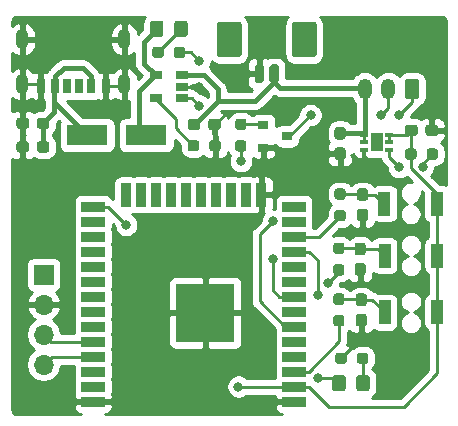
<source format=gbr>
G04 #@! TF.GenerationSoftware,KiCad,Pcbnew,(5.1.10)-1*
G04 #@! TF.CreationDate,2021-08-19T16:08:58+09:00*
G04 #@! TF.ProjectId,cat_toilet,6361745f-746f-4696-9c65-742e6b696361,rev?*
G04 #@! TF.SameCoordinates,Original*
G04 #@! TF.FileFunction,Copper,L1,Top*
G04 #@! TF.FilePolarity,Positive*
%FSLAX46Y46*%
G04 Gerber Fmt 4.6, Leading zero omitted, Abs format (unit mm)*
G04 Created by KiCad (PCBNEW (5.1.10)-1) date 2021-08-19 16:08:58*
%MOMM*%
%LPD*%
G01*
G04 APERTURE LIST*
G04 #@! TA.AperFunction,SMDPad,CuDef*
%ADD10R,3.500000X1.800000*%
G04 #@! TD*
G04 #@! TA.AperFunction,ComponentPad*
%ADD11R,1.700000X1.700000*%
G04 #@! TD*
G04 #@! TA.AperFunction,ComponentPad*
%ADD12O,1.700000X1.700000*%
G04 #@! TD*
G04 #@! TA.AperFunction,ComponentPad*
%ADD13O,1.200000X1.750000*%
G04 #@! TD*
G04 #@! TA.AperFunction,SMDPad,CuDef*
%ADD14R,0.900000X0.800000*%
G04 #@! TD*
G04 #@! TA.AperFunction,SMDPad,CuDef*
%ADD15R,1.050000X2.000000*%
G04 #@! TD*
G04 #@! TA.AperFunction,SMDPad,CuDef*
%ADD16R,0.650000X0.350000*%
G04 #@! TD*
G04 #@! TA.AperFunction,SMDPad,CuDef*
%ADD17R,1.000000X1.600000*%
G04 #@! TD*
G04 #@! TA.AperFunction,SMDPad,CuDef*
%ADD18R,0.700000X1.200000*%
G04 #@! TD*
G04 #@! TA.AperFunction,SMDPad,CuDef*
%ADD19R,0.760000X1.200000*%
G04 #@! TD*
G04 #@! TA.AperFunction,SMDPad,CuDef*
%ADD20R,0.800000X1.200000*%
G04 #@! TD*
G04 #@! TA.AperFunction,ComponentPad*
%ADD21O,1.100000X1.700000*%
G04 #@! TD*
G04 #@! TA.AperFunction,SMDPad,CuDef*
%ADD22R,1.060000X0.650000*%
G04 #@! TD*
G04 #@! TA.AperFunction,SMDPad,CuDef*
%ADD23R,5.000000X5.000000*%
G04 #@! TD*
G04 #@! TA.AperFunction,SMDPad,CuDef*
%ADD24R,2.000000X0.900000*%
G04 #@! TD*
G04 #@! TA.AperFunction,SMDPad,CuDef*
%ADD25R,0.900000X2.000000*%
G04 #@! TD*
G04 #@! TA.AperFunction,ViaPad*
%ADD26C,0.800000*%
G04 #@! TD*
G04 #@! TA.AperFunction,Conductor*
%ADD27C,0.250000*%
G04 #@! TD*
G04 #@! TA.AperFunction,Conductor*
%ADD28C,0.400000*%
G04 #@! TD*
G04 #@! TA.AperFunction,Conductor*
%ADD29C,0.254000*%
G04 #@! TD*
G04 #@! TA.AperFunction,Conductor*
%ADD30C,0.100000*%
G04 #@! TD*
G04 APERTURE END LIST*
G04 #@! TA.AperFunction,SMDPad,CuDef*
G36*
G01*
X2075000Y-9462500D02*
X2075000Y-9937500D01*
G75*
G02*
X1837500Y-10175000I-237500J0D01*
G01*
X1237500Y-10175000D01*
G75*
G02*
X1000000Y-9937500I0J237500D01*
G01*
X1000000Y-9462500D01*
G75*
G02*
X1237500Y-9225000I237500J0D01*
G01*
X1837500Y-9225000D01*
G75*
G02*
X2075000Y-9462500I0J-237500D01*
G01*
G37*
G04 #@! TD.AperFunction*
G04 #@! TA.AperFunction,SMDPad,CuDef*
G36*
G01*
X3800000Y-9462500D02*
X3800000Y-9937500D01*
G75*
G02*
X3562500Y-10175000I-237500J0D01*
G01*
X2962500Y-10175000D01*
G75*
G02*
X2725000Y-9937500I0J237500D01*
G01*
X2725000Y-9462500D01*
G75*
G02*
X2962500Y-9225000I237500J0D01*
G01*
X3562500Y-9225000D01*
G75*
G02*
X3800000Y-9462500I0J-237500D01*
G01*
G37*
G04 #@! TD.AperFunction*
G04 #@! TA.AperFunction,SMDPad,CuDef*
G36*
G01*
X2075000Y-11462500D02*
X2075000Y-11937500D01*
G75*
G02*
X1837500Y-12175000I-237500J0D01*
G01*
X1237500Y-12175000D01*
G75*
G02*
X1000000Y-11937500I0J237500D01*
G01*
X1000000Y-11462500D01*
G75*
G02*
X1237500Y-11225000I237500J0D01*
G01*
X1837500Y-11225000D01*
G75*
G02*
X2075000Y-11462500I0J-237500D01*
G01*
G37*
G04 #@! TD.AperFunction*
G04 #@! TA.AperFunction,SMDPad,CuDef*
G36*
G01*
X3800000Y-11462500D02*
X3800000Y-11937500D01*
G75*
G02*
X3562500Y-12175000I-237500J0D01*
G01*
X2962500Y-12175000D01*
G75*
G02*
X2725000Y-11937500I0J237500D01*
G01*
X2725000Y-11462500D01*
G75*
G02*
X2962500Y-11225000I237500J0D01*
G01*
X3562500Y-11225000D01*
G75*
G02*
X3800000Y-11462500I0J-237500D01*
G01*
G37*
G04 #@! TD.AperFunction*
G04 #@! TA.AperFunction,SMDPad,CuDef*
G36*
G01*
X28162500Y-11725000D02*
X28637500Y-11725000D01*
G75*
G02*
X28875000Y-11962500I0J-237500D01*
G01*
X28875000Y-12562500D01*
G75*
G02*
X28637500Y-12800000I-237500J0D01*
G01*
X28162500Y-12800000D01*
G75*
G02*
X27925000Y-12562500I0J237500D01*
G01*
X27925000Y-11962500D01*
G75*
G02*
X28162500Y-11725000I237500J0D01*
G01*
G37*
G04 #@! TD.AperFunction*
G04 #@! TA.AperFunction,SMDPad,CuDef*
G36*
G01*
X28162500Y-10000000D02*
X28637500Y-10000000D01*
G75*
G02*
X28875000Y-10237500I0J-237500D01*
G01*
X28875000Y-10837500D01*
G75*
G02*
X28637500Y-11075000I-237500J0D01*
G01*
X28162500Y-11075000D01*
G75*
G02*
X27925000Y-10837500I0J237500D01*
G01*
X27925000Y-10237500D01*
G75*
G02*
X28162500Y-10000000I237500J0D01*
G01*
G37*
G04 #@! TD.AperFunction*
G04 #@! TA.AperFunction,SMDPad,CuDef*
G36*
G01*
X33900000Y-10537500D02*
X33900000Y-10062500D01*
G75*
G02*
X34137500Y-9825000I237500J0D01*
G01*
X34737500Y-9825000D01*
G75*
G02*
X34975000Y-10062500I0J-237500D01*
G01*
X34975000Y-10537500D01*
G75*
G02*
X34737500Y-10775000I-237500J0D01*
G01*
X34137500Y-10775000D01*
G75*
G02*
X33900000Y-10537500I0J237500D01*
G01*
G37*
G04 #@! TD.AperFunction*
G04 #@! TA.AperFunction,SMDPad,CuDef*
G36*
G01*
X35625000Y-10537500D02*
X35625000Y-10062500D01*
G75*
G02*
X35862500Y-9825000I237500J0D01*
G01*
X36462500Y-9825000D01*
G75*
G02*
X36700000Y-10062500I0J-237500D01*
G01*
X36700000Y-10537500D01*
G75*
G02*
X36462500Y-10775000I-237500J0D01*
G01*
X35862500Y-10775000D01*
G75*
G02*
X35625000Y-10537500I0J237500D01*
G01*
G37*
G04 #@! TD.AperFunction*
G04 #@! TA.AperFunction,SMDPad,CuDef*
G36*
G01*
X15500000Y-10037500D02*
X15500000Y-9562500D01*
G75*
G02*
X15737500Y-9325000I237500J0D01*
G01*
X16337500Y-9325000D01*
G75*
G02*
X16575000Y-9562500I0J-237500D01*
G01*
X16575000Y-10037500D01*
G75*
G02*
X16337500Y-10275000I-237500J0D01*
G01*
X15737500Y-10275000D01*
G75*
G02*
X15500000Y-10037500I0J237500D01*
G01*
G37*
G04 #@! TD.AperFunction*
G04 #@! TA.AperFunction,SMDPad,CuDef*
G36*
G01*
X17225000Y-10037500D02*
X17225000Y-9562500D01*
G75*
G02*
X17462500Y-9325000I237500J0D01*
G01*
X18062500Y-9325000D01*
G75*
G02*
X18300000Y-9562500I0J-237500D01*
G01*
X18300000Y-10037500D01*
G75*
G02*
X18062500Y-10275000I-237500J0D01*
G01*
X17462500Y-10275000D01*
G75*
G02*
X17225000Y-10037500I0J237500D01*
G01*
G37*
G04 #@! TD.AperFunction*
G04 #@! TA.AperFunction,SMDPad,CuDef*
G36*
G01*
X29962500Y-25825000D02*
X30437500Y-25825000D01*
G75*
G02*
X30675000Y-26062500I0J-237500D01*
G01*
X30675000Y-26662500D01*
G75*
G02*
X30437500Y-26900000I-237500J0D01*
G01*
X29962500Y-26900000D01*
G75*
G02*
X29725000Y-26662500I0J237500D01*
G01*
X29725000Y-26062500D01*
G75*
G02*
X29962500Y-25825000I237500J0D01*
G01*
G37*
G04 #@! TD.AperFunction*
G04 #@! TA.AperFunction,SMDPad,CuDef*
G36*
G01*
X29962500Y-24100000D02*
X30437500Y-24100000D01*
G75*
G02*
X30675000Y-24337500I0J-237500D01*
G01*
X30675000Y-24937500D01*
G75*
G02*
X30437500Y-25175000I-237500J0D01*
G01*
X29962500Y-25175000D01*
G75*
G02*
X29725000Y-24937500I0J237500D01*
G01*
X29725000Y-24337500D01*
G75*
G02*
X29962500Y-24100000I237500J0D01*
G01*
G37*
G04 #@! TD.AperFunction*
G04 #@! TA.AperFunction,SMDPad,CuDef*
G36*
G01*
X29862500Y-19800000D02*
X30337500Y-19800000D01*
G75*
G02*
X30575000Y-20037500I0J-237500D01*
G01*
X30575000Y-20637500D01*
G75*
G02*
X30337500Y-20875000I-237500J0D01*
G01*
X29862500Y-20875000D01*
G75*
G02*
X29625000Y-20637500I0J237500D01*
G01*
X29625000Y-20037500D01*
G75*
G02*
X29862500Y-19800000I237500J0D01*
G01*
G37*
G04 #@! TD.AperFunction*
G04 #@! TA.AperFunction,SMDPad,CuDef*
G36*
G01*
X29862500Y-21525000D02*
X30337500Y-21525000D01*
G75*
G02*
X30575000Y-21762500I0J-237500D01*
G01*
X30575000Y-22362500D01*
G75*
G02*
X30337500Y-22600000I-237500J0D01*
G01*
X29862500Y-22600000D01*
G75*
G02*
X29625000Y-22362500I0J237500D01*
G01*
X29625000Y-21762500D01*
G75*
G02*
X29862500Y-21525000I237500J0D01*
G01*
G37*
G04 #@! TD.AperFunction*
G04 #@! TA.AperFunction,SMDPad,CuDef*
G36*
G01*
X30062500Y-15200000D02*
X30537500Y-15200000D01*
G75*
G02*
X30775000Y-15437500I0J-237500D01*
G01*
X30775000Y-16037500D01*
G75*
G02*
X30537500Y-16275000I-237500J0D01*
G01*
X30062500Y-16275000D01*
G75*
G02*
X29825000Y-16037500I0J237500D01*
G01*
X29825000Y-15437500D01*
G75*
G02*
X30062500Y-15200000I237500J0D01*
G01*
G37*
G04 #@! TD.AperFunction*
G04 #@! TA.AperFunction,SMDPad,CuDef*
G36*
G01*
X30062500Y-16925000D02*
X30537500Y-16925000D01*
G75*
G02*
X30775000Y-17162500I0J-237500D01*
G01*
X30775000Y-17762500D01*
G75*
G02*
X30537500Y-18000000I-237500J0D01*
G01*
X30062500Y-18000000D01*
G75*
G02*
X29825000Y-17762500I0J237500D01*
G01*
X29825000Y-17162500D01*
G75*
G02*
X30062500Y-16925000I237500J0D01*
G01*
G37*
G04 #@! TD.AperFunction*
D10*
X12000000Y-10700000D03*
X7000000Y-10700000D03*
G04 #@! TA.AperFunction,SMDPad,CuDef*
G36*
G01*
X13450000Y-1249999D02*
X13450000Y-2150001D01*
G75*
G02*
X13200001Y-2400000I-249999J0D01*
G01*
X12549999Y-2400000D01*
G75*
G02*
X12300000Y-2150001I0J249999D01*
G01*
X12300000Y-1249999D01*
G75*
G02*
X12549999Y-1000000I249999J0D01*
G01*
X13200001Y-1000000D01*
G75*
G02*
X13450000Y-1249999I0J-249999D01*
G01*
G37*
G04 #@! TD.AperFunction*
G04 #@! TA.AperFunction,SMDPad,CuDef*
G36*
G01*
X15500000Y-1249999D02*
X15500000Y-2150001D01*
G75*
G02*
X15250001Y-2400000I-249999J0D01*
G01*
X14599999Y-2400000D01*
G75*
G02*
X14350000Y-2150001I0J249999D01*
G01*
X14350000Y-1249999D01*
G75*
G02*
X14599999Y-1000000I249999J0D01*
G01*
X15250001Y-1000000D01*
G75*
G02*
X15500000Y-1249999I0J-249999D01*
G01*
G37*
G04 #@! TD.AperFunction*
G04 #@! TA.AperFunction,SMDPad,CuDef*
G36*
G01*
X30925000Y-31249999D02*
X30925000Y-32150001D01*
G75*
G02*
X30675001Y-32400000I-249999J0D01*
G01*
X30024999Y-32400000D01*
G75*
G02*
X29775000Y-32150001I0J249999D01*
G01*
X29775000Y-31249999D01*
G75*
G02*
X30024999Y-31000000I249999J0D01*
G01*
X30675001Y-31000000D01*
G75*
G02*
X30925000Y-31249999I0J-249999D01*
G01*
G37*
G04 #@! TD.AperFunction*
G04 #@! TA.AperFunction,SMDPad,CuDef*
G36*
G01*
X28875000Y-31249999D02*
X28875000Y-32150001D01*
G75*
G02*
X28625001Y-32400000I-249999J0D01*
G01*
X27974999Y-32400000D01*
G75*
G02*
X27725000Y-32150001I0J249999D01*
G01*
X27725000Y-31249999D01*
G75*
G02*
X27974999Y-31000000I249999J0D01*
G01*
X28625001Y-31000000D01*
G75*
G02*
X28875000Y-31249999I0J-249999D01*
G01*
G37*
G04 #@! TD.AperFunction*
G04 #@! TA.AperFunction,SMDPad,CuDef*
G36*
G01*
X23225000Y-4900000D02*
X23225000Y-6100000D01*
G75*
G02*
X23025000Y-6300000I-200000J0D01*
G01*
X22625000Y-6300000D01*
G75*
G02*
X22425000Y-6100000I0J200000D01*
G01*
X22425000Y-4900000D01*
G75*
G02*
X22625000Y-4700000I200000J0D01*
G01*
X23025000Y-4700000D01*
G75*
G02*
X23225000Y-4900000I0J-200000D01*
G01*
G37*
G04 #@! TD.AperFunction*
G04 #@! TA.AperFunction,SMDPad,CuDef*
G36*
G01*
X21975000Y-4900000D02*
X21975000Y-6100000D01*
G75*
G02*
X21775000Y-6300000I-200000J0D01*
G01*
X21375000Y-6300000D01*
G75*
G02*
X21175000Y-6100000I0J200000D01*
G01*
X21175000Y-4900000D01*
G75*
G02*
X21375000Y-4700000I200000J0D01*
G01*
X21775000Y-4700000D01*
G75*
G02*
X21975000Y-4900000I0J-200000D01*
G01*
G37*
G04 #@! TD.AperFunction*
G04 #@! TA.AperFunction,SMDPad,CuDef*
G36*
G01*
X26425000Y-1349999D02*
X26425000Y-3850001D01*
G75*
G02*
X26175001Y-4100000I-249999J0D01*
G01*
X24574999Y-4100000D01*
G75*
G02*
X24325000Y-3850001I0J249999D01*
G01*
X24325000Y-1349999D01*
G75*
G02*
X24574999Y-1100000I249999J0D01*
G01*
X26175001Y-1100000D01*
G75*
G02*
X26425000Y-1349999I0J-249999D01*
G01*
G37*
G04 #@! TD.AperFunction*
G04 #@! TA.AperFunction,SMDPad,CuDef*
G36*
G01*
X20075000Y-1349999D02*
X20075000Y-3850001D01*
G75*
G02*
X19825001Y-4100000I-249999J0D01*
G01*
X18224999Y-4100000D01*
G75*
G02*
X17975000Y-3850001I0J249999D01*
G01*
X17975000Y-1349999D01*
G75*
G02*
X18224999Y-1100000I249999J0D01*
G01*
X19825001Y-1100000D01*
G75*
G02*
X20075000Y-1349999I0J-249999D01*
G01*
G37*
G04 #@! TD.AperFunction*
D11*
X3300000Y-22500000D03*
D12*
X3300000Y-25040000D03*
X3300000Y-27580000D03*
X3300000Y-30120000D03*
G04 #@! TA.AperFunction,ComponentPad*
G36*
G01*
X35100000Y-6174999D02*
X35100000Y-7425001D01*
G75*
G02*
X34850001Y-7675000I-249999J0D01*
G01*
X34149999Y-7675000D01*
G75*
G02*
X33900000Y-7425001I0J249999D01*
G01*
X33900000Y-6174999D01*
G75*
G02*
X34149999Y-5925000I249999J0D01*
G01*
X34850001Y-5925000D01*
G75*
G02*
X35100000Y-6174999I0J-249999D01*
G01*
G37*
G04 #@! TD.AperFunction*
D13*
X32500000Y-6800000D03*
X30500000Y-6800000D03*
D14*
X21900000Y-9850000D03*
X21900000Y-11750000D03*
X23900000Y-10800000D03*
G04 #@! TA.AperFunction,SMDPad,CuDef*
G36*
G01*
X14325000Y-3937500D02*
X14325000Y-3462500D01*
G75*
G02*
X14562500Y-3225000I237500J0D01*
G01*
X15062500Y-3225000D01*
G75*
G02*
X15300000Y-3462500I0J-237500D01*
G01*
X15300000Y-3937500D01*
G75*
G02*
X15062500Y-4175000I-237500J0D01*
G01*
X14562500Y-4175000D01*
G75*
G02*
X14325000Y-3937500I0J237500D01*
G01*
G37*
G04 #@! TD.AperFunction*
G04 #@! TA.AperFunction,SMDPad,CuDef*
G36*
G01*
X12500000Y-3937500D02*
X12500000Y-3462500D01*
G75*
G02*
X12737500Y-3225000I237500J0D01*
G01*
X13237500Y-3225000D01*
G75*
G02*
X13475000Y-3462500I0J-237500D01*
G01*
X13475000Y-3937500D01*
G75*
G02*
X13237500Y-4175000I-237500J0D01*
G01*
X12737500Y-4175000D01*
G75*
G02*
X12500000Y-3937500I0J237500D01*
G01*
G37*
G04 #@! TD.AperFunction*
G04 #@! TA.AperFunction,SMDPad,CuDef*
G36*
G01*
X33900000Y-12537500D02*
X33900000Y-12062500D01*
G75*
G02*
X34137500Y-11825000I237500J0D01*
G01*
X34637500Y-11825000D01*
G75*
G02*
X34875000Y-12062500I0J-237500D01*
G01*
X34875000Y-12537500D01*
G75*
G02*
X34637500Y-12775000I-237500J0D01*
G01*
X34137500Y-12775000D01*
G75*
G02*
X33900000Y-12537500I0J237500D01*
G01*
G37*
G04 #@! TD.AperFunction*
G04 #@! TA.AperFunction,SMDPad,CuDef*
G36*
G01*
X35725000Y-12537500D02*
X35725000Y-12062500D01*
G75*
G02*
X35962500Y-11825000I237500J0D01*
G01*
X36462500Y-11825000D01*
G75*
G02*
X36700000Y-12062500I0J-237500D01*
G01*
X36700000Y-12537500D01*
G75*
G02*
X36462500Y-12775000I-237500J0D01*
G01*
X35962500Y-12775000D01*
G75*
G02*
X35725000Y-12537500I0J237500D01*
G01*
G37*
G04 #@! TD.AperFunction*
G04 #@! TA.AperFunction,SMDPad,CuDef*
G36*
G01*
X15500000Y-11837500D02*
X15500000Y-11362500D01*
G75*
G02*
X15737500Y-11125000I237500J0D01*
G01*
X16237500Y-11125000D01*
G75*
G02*
X16475000Y-11362500I0J-237500D01*
G01*
X16475000Y-11837500D01*
G75*
G02*
X16237500Y-12075000I-237500J0D01*
G01*
X15737500Y-12075000D01*
G75*
G02*
X15500000Y-11837500I0J237500D01*
G01*
G37*
G04 #@! TD.AperFunction*
G04 #@! TA.AperFunction,SMDPad,CuDef*
G36*
G01*
X17325000Y-11837500D02*
X17325000Y-11362500D01*
G75*
G02*
X17562500Y-11125000I237500J0D01*
G01*
X18062500Y-11125000D01*
G75*
G02*
X18300000Y-11362500I0J-237500D01*
G01*
X18300000Y-11837500D01*
G75*
G02*
X18062500Y-12075000I-237500J0D01*
G01*
X17562500Y-12075000D01*
G75*
G02*
X17325000Y-11837500I0J237500D01*
G01*
G37*
G04 #@! TD.AperFunction*
G04 #@! TA.AperFunction,SMDPad,CuDef*
G36*
G01*
X28537500Y-25075000D02*
X28062500Y-25075000D01*
G75*
G02*
X27825000Y-24837500I0J237500D01*
G01*
X27825000Y-24337500D01*
G75*
G02*
X28062500Y-24100000I237500J0D01*
G01*
X28537500Y-24100000D01*
G75*
G02*
X28775000Y-24337500I0J-237500D01*
G01*
X28775000Y-24837500D01*
G75*
G02*
X28537500Y-25075000I-237500J0D01*
G01*
G37*
G04 #@! TD.AperFunction*
G04 #@! TA.AperFunction,SMDPad,CuDef*
G36*
G01*
X28537500Y-26900000D02*
X28062500Y-26900000D01*
G75*
G02*
X27825000Y-26662500I0J237500D01*
G01*
X27825000Y-26162500D01*
G75*
G02*
X28062500Y-25925000I237500J0D01*
G01*
X28537500Y-25925000D01*
G75*
G02*
X28775000Y-26162500I0J-237500D01*
G01*
X28775000Y-26662500D01*
G75*
G02*
X28537500Y-26900000I-237500J0D01*
G01*
G37*
G04 #@! TD.AperFunction*
G04 #@! TA.AperFunction,SMDPad,CuDef*
G36*
G01*
X28537500Y-22600000D02*
X28062500Y-22600000D01*
G75*
G02*
X27825000Y-22362500I0J237500D01*
G01*
X27825000Y-21862500D01*
G75*
G02*
X28062500Y-21625000I237500J0D01*
G01*
X28537500Y-21625000D01*
G75*
G02*
X28775000Y-21862500I0J-237500D01*
G01*
X28775000Y-22362500D01*
G75*
G02*
X28537500Y-22600000I-237500J0D01*
G01*
G37*
G04 #@! TD.AperFunction*
G04 #@! TA.AperFunction,SMDPad,CuDef*
G36*
G01*
X28537500Y-20775000D02*
X28062500Y-20775000D01*
G75*
G02*
X27825000Y-20537500I0J237500D01*
G01*
X27825000Y-20037500D01*
G75*
G02*
X28062500Y-19800000I237500J0D01*
G01*
X28537500Y-19800000D01*
G75*
G02*
X28775000Y-20037500I0J-237500D01*
G01*
X28775000Y-20537500D01*
G75*
G02*
X28537500Y-20775000I-237500J0D01*
G01*
G37*
G04 #@! TD.AperFunction*
G04 #@! TA.AperFunction,SMDPad,CuDef*
G36*
G01*
X19762500Y-11125000D02*
X20237500Y-11125000D01*
G75*
G02*
X20475000Y-11362500I0J-237500D01*
G01*
X20475000Y-11862500D01*
G75*
G02*
X20237500Y-12100000I-237500J0D01*
G01*
X19762500Y-12100000D01*
G75*
G02*
X19525000Y-11862500I0J237500D01*
G01*
X19525000Y-11362500D01*
G75*
G02*
X19762500Y-11125000I237500J0D01*
G01*
G37*
G04 #@! TD.AperFunction*
G04 #@! TA.AperFunction,SMDPad,CuDef*
G36*
G01*
X19762500Y-9300000D02*
X20237500Y-9300000D01*
G75*
G02*
X20475000Y-9537500I0J-237500D01*
G01*
X20475000Y-10037500D01*
G75*
G02*
X20237500Y-10275000I-237500J0D01*
G01*
X19762500Y-10275000D01*
G75*
G02*
X19525000Y-10037500I0J237500D01*
G01*
X19525000Y-9537500D01*
G75*
G02*
X19762500Y-9300000I237500J0D01*
G01*
G37*
G04 #@! TD.AperFunction*
G04 #@! TA.AperFunction,SMDPad,CuDef*
G36*
G01*
X28000000Y-29837500D02*
X28000000Y-29362500D01*
G75*
G02*
X28237500Y-29125000I237500J0D01*
G01*
X28737500Y-29125000D01*
G75*
G02*
X28975000Y-29362500I0J-237500D01*
G01*
X28975000Y-29837500D01*
G75*
G02*
X28737500Y-30075000I-237500J0D01*
G01*
X28237500Y-30075000D01*
G75*
G02*
X28000000Y-29837500I0J237500D01*
G01*
G37*
G04 #@! TD.AperFunction*
G04 #@! TA.AperFunction,SMDPad,CuDef*
G36*
G01*
X29825000Y-29837500D02*
X29825000Y-29362500D01*
G75*
G02*
X30062500Y-29125000I237500J0D01*
G01*
X30562500Y-29125000D01*
G75*
G02*
X30800000Y-29362500I0J-237500D01*
G01*
X30800000Y-29837500D01*
G75*
G02*
X30562500Y-30075000I-237500J0D01*
G01*
X30062500Y-30075000D01*
G75*
G02*
X29825000Y-29837500I0J237500D01*
G01*
G37*
G04 #@! TD.AperFunction*
G04 #@! TA.AperFunction,SMDPad,CuDef*
G36*
G01*
X28637500Y-16175000D02*
X28162500Y-16175000D01*
G75*
G02*
X27925000Y-15937500I0J237500D01*
G01*
X27925000Y-15437500D01*
G75*
G02*
X28162500Y-15200000I237500J0D01*
G01*
X28637500Y-15200000D01*
G75*
G02*
X28875000Y-15437500I0J-237500D01*
G01*
X28875000Y-15937500D01*
G75*
G02*
X28637500Y-16175000I-237500J0D01*
G01*
G37*
G04 #@! TD.AperFunction*
G04 #@! TA.AperFunction,SMDPad,CuDef*
G36*
G01*
X28637500Y-18000000D02*
X28162500Y-18000000D01*
G75*
G02*
X27925000Y-17762500I0J237500D01*
G01*
X27925000Y-17262500D01*
G75*
G02*
X28162500Y-17025000I237500J0D01*
G01*
X28637500Y-17025000D01*
G75*
G02*
X28875000Y-17262500I0J-237500D01*
G01*
X28875000Y-17762500D01*
G75*
G02*
X28637500Y-18000000I-237500J0D01*
G01*
G37*
G04 #@! TD.AperFunction*
D15*
X36625000Y-25700000D03*
X32175000Y-25700000D03*
X32175000Y-20900000D03*
X36625000Y-20900000D03*
X36600000Y-16500000D03*
X32150000Y-16500000D03*
D16*
X30450000Y-10650000D03*
X30450000Y-11300000D03*
X30450000Y-11950000D03*
X32550000Y-11950000D03*
X32550000Y-11300000D03*
X32550000Y-10650000D03*
D17*
X31500000Y-11300000D03*
D18*
X6300000Y-6550000D03*
X5300000Y-6550000D03*
D19*
X7320000Y-6550000D03*
X4280000Y-6550000D03*
D20*
X8550000Y-6550000D03*
X3050000Y-6550000D03*
D21*
X1480000Y-6400000D03*
X10120000Y-6400000D03*
X1480000Y-2600000D03*
X10120000Y-2600000D03*
D22*
X15000000Y-7550000D03*
X15000000Y-6600000D03*
X15000000Y-5650000D03*
X12800000Y-5650000D03*
X12800000Y-7550000D03*
D23*
X17000000Y-25755000D03*
D24*
X24500000Y-33255000D03*
X24500000Y-31985000D03*
X24500000Y-30715000D03*
X24500000Y-29445000D03*
X24500000Y-28175000D03*
X24500000Y-26905000D03*
X24500000Y-25635000D03*
X24500000Y-24365000D03*
X24500000Y-23095000D03*
X24500000Y-21825000D03*
X24500000Y-20555000D03*
X24500000Y-19285000D03*
X24500000Y-18015000D03*
X24500000Y-16745000D03*
D25*
X21715000Y-15745000D03*
X20445000Y-15745000D03*
X19175000Y-15745000D03*
X17905000Y-15745000D03*
X16635000Y-15745000D03*
X15365000Y-15745000D03*
X14095000Y-15745000D03*
X12825000Y-15745000D03*
X11555000Y-15745000D03*
X10285000Y-15745000D03*
D24*
X7500000Y-16745000D03*
X7500000Y-18015000D03*
X7500000Y-19285000D03*
X7500000Y-20555000D03*
X7500000Y-21825000D03*
X7500000Y-23095000D03*
X7500000Y-24365000D03*
X7500000Y-25635000D03*
X7500000Y-26905000D03*
X7500000Y-28175000D03*
X7500000Y-29445000D03*
X7500000Y-30715000D03*
X7500000Y-31985000D03*
X7500000Y-33255000D03*
D26*
X16500000Y-6600000D03*
X20500000Y-5500000D03*
X19800000Y-32000000D03*
X26500000Y-24200000D03*
X26500000Y-31300000D03*
X33400000Y-9000000D03*
X22700000Y-18000000D03*
X25900000Y-9000000D03*
X31900000Y-9000000D03*
X16500000Y-8200000D03*
X16500000Y-4400000D03*
X35400000Y-13400000D03*
X33400000Y-13400000D03*
X27400000Y-23200000D03*
X10300000Y-18300000D03*
X22700000Y-21200000D03*
X20000000Y-12900000D03*
D27*
X30200000Y-27887500D02*
X30200000Y-26362500D01*
X28487500Y-29600000D02*
X30200000Y-27887500D01*
X10120000Y-2600000D02*
X10120000Y-6400000D01*
X1480000Y-2600000D02*
X1480000Y-6400000D01*
X2900000Y-6400000D02*
X3050000Y-6550000D01*
X1480000Y-6400000D02*
X2900000Y-6400000D01*
X9970000Y-6550000D02*
X10120000Y-6400000D01*
X8550000Y-6550000D02*
X9970000Y-6550000D01*
X17812500Y-9850000D02*
X17762500Y-9800000D01*
X17812500Y-11600000D02*
X17812500Y-9850000D01*
X17762500Y-9800000D02*
X17800000Y-9800000D01*
X17800000Y-9800000D02*
X18700000Y-8900000D01*
X30450000Y-11950000D02*
X30450000Y-13100000D01*
X21575000Y-5500000D02*
X20500000Y-5500000D01*
X15000000Y-6600000D02*
X16500000Y-6600000D01*
X20500000Y-5500000D02*
X20500000Y-5500000D01*
D28*
X4280000Y-5719998D02*
X4999998Y-5000000D01*
X4280000Y-6550000D02*
X4280000Y-5719998D01*
X7320000Y-5719998D02*
X7320000Y-6550000D01*
X6600002Y-5000000D02*
X7320000Y-5719998D01*
X4999998Y-5000000D02*
X6600002Y-5000000D01*
X4180000Y-7880000D02*
X7000000Y-10700000D01*
X4180000Y-6350000D02*
X4180000Y-7880000D01*
X4180000Y-8782500D02*
X3262500Y-9700000D01*
X4180000Y-7880000D02*
X4180000Y-8782500D01*
X3262500Y-9700000D02*
X3262500Y-11700000D01*
D27*
X30450000Y-10650000D02*
X30450000Y-11300000D01*
D28*
X30337500Y-10537500D02*
X30450000Y-10650000D01*
X28400000Y-10537500D02*
X30337500Y-10537500D01*
X16037500Y-9800000D02*
X16182002Y-9800000D01*
X22825000Y-6200000D02*
X22825000Y-5400000D01*
X21225000Y-7800000D02*
X22825000Y-6200000D01*
X18037500Y-7800000D02*
X19700000Y-7800000D01*
X16037500Y-9800000D02*
X18037500Y-7800000D01*
X19700000Y-7800000D02*
X20100000Y-7800000D01*
X18780000Y-7800000D02*
X19700000Y-7800000D01*
X23325000Y-6700000D02*
X22825000Y-6200000D01*
X30500000Y-6700000D02*
X23325000Y-6700000D01*
X30500000Y-10600000D02*
X30450000Y-10650000D01*
X30500000Y-6700000D02*
X30500000Y-10600000D01*
X19732002Y-7800000D02*
X20700000Y-7800000D01*
X15000000Y-5650000D02*
X16882002Y-5650000D01*
X20700000Y-7800000D02*
X21225000Y-7800000D01*
X20100000Y-7800000D02*
X20700000Y-7800000D01*
X18037500Y-6805498D02*
X18037500Y-7800000D01*
X16882002Y-5650000D02*
X18037500Y-6805498D01*
D27*
X32550000Y-10650000D02*
X32550000Y-11300000D01*
X34087500Y-10650000D02*
X34437500Y-10300000D01*
X32550000Y-10650000D02*
X34087500Y-10650000D01*
X34437500Y-12250000D02*
X34387500Y-12300000D01*
X34437500Y-10300000D02*
X34437500Y-12250000D01*
X36725000Y-16375000D02*
X36600000Y-16500000D01*
X24485000Y-32000000D02*
X24500000Y-31985000D01*
X19800000Y-32000000D02*
X24485000Y-32000000D01*
X36600000Y-20875000D02*
X36625000Y-20900000D01*
X36600000Y-16500000D02*
X36600000Y-20875000D01*
X36625000Y-25700000D02*
X36625000Y-20900000D01*
X25750000Y-31985000D02*
X24500000Y-31985000D01*
X27465000Y-33700000D02*
X25750000Y-31985000D01*
X33800000Y-33700000D02*
X27465000Y-33700000D01*
X36625000Y-30875000D02*
X33800000Y-33700000D01*
X36625000Y-25700000D02*
X36625000Y-30875000D01*
X36600000Y-15673002D02*
X36600000Y-16500000D01*
X34387500Y-13460502D02*
X36600000Y-15673002D01*
X34387500Y-12300000D02*
X34387500Y-13460502D01*
X30150000Y-24587500D02*
X30200000Y-24637500D01*
X28300000Y-24587500D02*
X30150000Y-24587500D01*
X31112500Y-24637500D02*
X32175000Y-25700000D01*
X30200000Y-24637500D02*
X31112500Y-24637500D01*
X30050000Y-20287500D02*
X30100000Y-20337500D01*
X28300000Y-20287500D02*
X30050000Y-20287500D01*
X31612500Y-20337500D02*
X32175000Y-20900000D01*
X30100000Y-20337500D02*
X31612500Y-20337500D01*
X30250000Y-15687500D02*
X30300000Y-15737500D01*
X28400000Y-15687500D02*
X30250000Y-15687500D01*
X31387500Y-15737500D02*
X32150000Y-16500000D01*
X30300000Y-15737500D02*
X31387500Y-15737500D01*
X12875000Y-1700000D02*
X12700000Y-1700000D01*
D28*
X12800000Y-5650000D02*
X11800000Y-4650000D01*
X11800000Y-4650000D02*
X11800000Y-2775000D01*
X11800000Y-2775000D02*
X12875000Y-1700000D01*
D27*
X11800000Y-10500000D02*
X12000000Y-10700000D01*
D28*
X11400000Y-7000000D02*
X11400000Y-10850000D01*
X11400000Y-7000000D02*
X12750000Y-5650000D01*
D27*
X11400000Y-7000000D02*
X11450000Y-7000000D01*
X12987500Y-3637500D02*
X14925000Y-1700000D01*
X12987500Y-3700000D02*
X12987500Y-3637500D01*
X30312500Y-31662500D02*
X30350000Y-31700000D01*
X30312500Y-29600000D02*
X30312500Y-31662500D01*
X26500000Y-21305000D02*
X26500000Y-24200000D01*
X25750000Y-20555000D02*
X26500000Y-21305000D01*
X24500000Y-20555000D02*
X25750000Y-20555000D01*
X27900000Y-31300000D02*
X28300000Y-31700000D01*
X26500000Y-31300000D02*
X27900000Y-31300000D01*
X3895000Y-28175000D02*
X3300000Y-27580000D01*
X7500000Y-28175000D02*
X3895000Y-28175000D01*
X3975000Y-29445000D02*
X3300000Y-30120000D01*
X7500000Y-29445000D02*
X3975000Y-29445000D01*
X34500000Y-7900000D02*
X33400000Y-9000000D01*
X34500000Y-6700000D02*
X34500000Y-7900000D01*
X23734998Y-26905000D02*
X21600000Y-24770002D01*
X24500000Y-26905000D02*
X23734998Y-26905000D01*
X21600000Y-24770002D02*
X21600000Y-19100000D01*
X21600000Y-19100000D02*
X22700000Y-18000000D01*
X24100000Y-10800000D02*
X25900000Y-9000000D01*
X23900000Y-10800000D02*
X24100000Y-10800000D01*
X31900000Y-9000000D02*
X32500000Y-8400000D01*
X32500000Y-8400000D02*
X32500000Y-6700000D01*
X21837500Y-9787500D02*
X21900000Y-9850000D01*
X20000000Y-9787500D02*
X21837500Y-9787500D01*
X15850000Y-7550000D02*
X16500000Y-8200000D01*
X15000000Y-7550000D02*
X15850000Y-7550000D01*
X16500000Y-4400000D02*
X15800000Y-3700000D01*
X15800000Y-3700000D02*
X14812500Y-3700000D01*
X35400000Y-13112500D02*
X36212500Y-12300000D01*
X35400000Y-13400000D02*
X35400000Y-13112500D01*
X32550000Y-12550000D02*
X33400000Y-13400000D01*
X32550000Y-11950000D02*
X32550000Y-12550000D01*
X14500000Y-10112500D02*
X15987500Y-11600000D01*
X14500000Y-9300000D02*
X14500000Y-10112500D01*
X12800000Y-7600000D02*
X14500000Y-9300000D01*
X12800000Y-7550000D02*
X12800000Y-7600000D01*
X28300000Y-28165000D02*
X28300000Y-26412500D01*
X25750000Y-30715000D02*
X28300000Y-28165000D01*
X24500000Y-30715000D02*
X25750000Y-30715000D01*
X28300000Y-22300000D02*
X27400000Y-23200000D01*
X28300000Y-22112500D02*
X28300000Y-22300000D01*
X8745000Y-16745000D02*
X10300000Y-18300000D01*
X7500000Y-16745000D02*
X8745000Y-16745000D01*
X22700000Y-23815000D02*
X22700000Y-21200000D01*
X23250000Y-24365000D02*
X22700000Y-23815000D01*
X24500000Y-24365000D02*
X23250000Y-24365000D01*
X20000000Y-11612500D02*
X20000000Y-12900000D01*
X26627500Y-19285000D02*
X28400000Y-17512500D01*
X24500000Y-19285000D02*
X26627500Y-19285000D01*
D29*
X11811595Y-756613D02*
X11729528Y-910149D01*
X11678992Y-1076745D01*
X11661928Y-1249999D01*
X11661928Y-1732204D01*
X11290567Y-2103565D01*
X11257454Y-1944258D01*
X11166196Y-1729187D01*
X11034734Y-1536052D01*
X10868119Y-1372275D01*
X10672754Y-1244150D01*
X10456147Y-1156601D01*
X10429744Y-1156197D01*
X10247000Y-1281639D01*
X10247000Y-2473000D01*
X10267000Y-2473000D01*
X10267000Y-2727000D01*
X10247000Y-2727000D01*
X10247000Y-3918361D01*
X10429744Y-4043803D01*
X10456147Y-4043399D01*
X10672754Y-3955850D01*
X10868119Y-3827725D01*
X10965000Y-3732494D01*
X10965000Y-4608981D01*
X10960960Y-4650000D01*
X10965000Y-4691018D01*
X10977082Y-4813688D01*
X11024828Y-4971086D01*
X11102364Y-5116145D01*
X11206709Y-5243291D01*
X11238578Y-5269445D01*
X11594132Y-5625000D01*
X11294870Y-5924263D01*
X11257454Y-5744258D01*
X11166196Y-5529187D01*
X11034734Y-5336052D01*
X10868119Y-5172275D01*
X10672754Y-5044150D01*
X10456147Y-4956601D01*
X10429744Y-4956197D01*
X10247000Y-5081639D01*
X10247000Y-6273000D01*
X10267000Y-6273000D01*
X10267000Y-6527000D01*
X10247000Y-6527000D01*
X10247000Y-7718361D01*
X10429744Y-7843803D01*
X10456147Y-7843399D01*
X10565000Y-7799402D01*
X10565001Y-9161928D01*
X10250000Y-9161928D01*
X10125518Y-9174188D01*
X10005820Y-9210498D01*
X9895506Y-9269463D01*
X9798815Y-9348815D01*
X9719463Y-9445506D01*
X9660498Y-9555820D01*
X9624188Y-9675518D01*
X9611928Y-9800000D01*
X9611928Y-11600000D01*
X9624188Y-11724482D01*
X9660498Y-11844180D01*
X9719463Y-11954494D01*
X9798815Y-12051185D01*
X9895506Y-12130537D01*
X10005820Y-12189502D01*
X10125518Y-12225812D01*
X10250000Y-12238072D01*
X13750000Y-12238072D01*
X13874482Y-12225812D01*
X13994180Y-12189502D01*
X14104494Y-12130537D01*
X14201185Y-12051185D01*
X14280537Y-11954494D01*
X14339502Y-11844180D01*
X14375812Y-11724482D01*
X14388072Y-11600000D01*
X14388072Y-11075373D01*
X14861928Y-11549230D01*
X14861928Y-11837500D01*
X14878752Y-12008316D01*
X14928577Y-12172567D01*
X15009488Y-12323942D01*
X15118377Y-12456623D01*
X15251058Y-12565512D01*
X15402433Y-12646423D01*
X15566684Y-12696248D01*
X15737500Y-12713072D01*
X16237500Y-12713072D01*
X16408316Y-12696248D01*
X16572567Y-12646423D01*
X16723942Y-12565512D01*
X16832783Y-12476188D01*
X16873815Y-12526185D01*
X16970506Y-12605537D01*
X17080820Y-12664502D01*
X17200518Y-12700812D01*
X17325000Y-12713072D01*
X17526750Y-12710000D01*
X17685500Y-12551250D01*
X17685500Y-11727000D01*
X17665500Y-11727000D01*
X17665500Y-11473000D01*
X17685500Y-11473000D01*
X17685500Y-10648750D01*
X17635500Y-10598750D01*
X17635500Y-9927000D01*
X17615500Y-9927000D01*
X17615500Y-9673000D01*
X17635500Y-9673000D01*
X17635500Y-9653000D01*
X17889500Y-9653000D01*
X17889500Y-9673000D01*
X17909500Y-9673000D01*
X17909500Y-9927000D01*
X17889500Y-9927000D01*
X17889500Y-10751250D01*
X17939500Y-10801250D01*
X17939500Y-11473000D01*
X17959500Y-11473000D01*
X17959500Y-11727000D01*
X17939500Y-11727000D01*
X17939500Y-12551250D01*
X18098250Y-12710000D01*
X18300000Y-12713072D01*
X18424482Y-12700812D01*
X18544180Y-12664502D01*
X18654494Y-12605537D01*
X18751185Y-12526185D01*
X18830537Y-12429494D01*
X18889502Y-12319180D01*
X18925812Y-12199482D01*
X18932759Y-12128941D01*
X18953577Y-12197567D01*
X19034488Y-12348942D01*
X19083510Y-12408675D01*
X19082795Y-12409744D01*
X19004774Y-12598102D01*
X18965000Y-12798061D01*
X18965000Y-13001939D01*
X19004774Y-13201898D01*
X19082795Y-13390256D01*
X19196063Y-13559774D01*
X19340226Y-13703937D01*
X19509744Y-13817205D01*
X19698102Y-13895226D01*
X19898061Y-13935000D01*
X20101939Y-13935000D01*
X20301898Y-13895226D01*
X20490256Y-13817205D01*
X20659774Y-13703937D01*
X20803937Y-13559774D01*
X20917205Y-13390256D01*
X20995226Y-13201898D01*
X21035000Y-13001939D01*
X21035000Y-12800000D01*
X27286928Y-12800000D01*
X27299188Y-12924482D01*
X27335498Y-13044180D01*
X27394463Y-13154494D01*
X27473815Y-13251185D01*
X27570506Y-13330537D01*
X27680820Y-13389502D01*
X27800518Y-13425812D01*
X27925000Y-13438072D01*
X28114250Y-13435000D01*
X28273000Y-13276250D01*
X28273000Y-12389500D01*
X27448750Y-12389500D01*
X27290000Y-12548250D01*
X27286928Y-12800000D01*
X21035000Y-12800000D01*
X21035000Y-12798061D01*
X20995226Y-12598102D01*
X20994147Y-12595497D01*
X20998815Y-12601185D01*
X21095506Y-12680537D01*
X21205820Y-12739502D01*
X21325518Y-12775812D01*
X21450000Y-12788072D01*
X21614250Y-12785000D01*
X21773000Y-12626250D01*
X21773000Y-11877000D01*
X22027000Y-11877000D01*
X22027000Y-12626250D01*
X22185750Y-12785000D01*
X22350000Y-12788072D01*
X22474482Y-12775812D01*
X22594180Y-12739502D01*
X22704494Y-12680537D01*
X22801185Y-12601185D01*
X22880537Y-12504494D01*
X22939502Y-12394180D01*
X22975812Y-12274482D01*
X22988072Y-12150000D01*
X22985000Y-12035750D01*
X22826250Y-11877000D01*
X22027000Y-11877000D01*
X21773000Y-11877000D01*
X21753000Y-11877000D01*
X21753000Y-11623000D01*
X21773000Y-11623000D01*
X21773000Y-11603000D01*
X22027000Y-11603000D01*
X22027000Y-11623000D01*
X22826250Y-11623000D01*
X22910857Y-11538393D01*
X22919463Y-11554494D01*
X22998815Y-11651185D01*
X23095506Y-11730537D01*
X23205820Y-11789502D01*
X23325518Y-11825812D01*
X23450000Y-11838072D01*
X24350000Y-11838072D01*
X24474482Y-11825812D01*
X24594180Y-11789502D01*
X24704494Y-11730537D01*
X24801185Y-11651185D01*
X24880537Y-11554494D01*
X24939502Y-11444180D01*
X24975812Y-11324482D01*
X24988072Y-11200000D01*
X24988072Y-10986729D01*
X25939802Y-10035000D01*
X26001939Y-10035000D01*
X26201898Y-9995226D01*
X26390256Y-9917205D01*
X26559774Y-9803937D01*
X26703937Y-9659774D01*
X26817205Y-9490256D01*
X26895226Y-9301898D01*
X26935000Y-9101939D01*
X26935000Y-8898061D01*
X26895226Y-8698102D01*
X26817205Y-8509744D01*
X26703937Y-8340226D01*
X26559774Y-8196063D01*
X26390256Y-8082795D01*
X26201898Y-8004774D01*
X26001939Y-7965000D01*
X25798061Y-7965000D01*
X25598102Y-8004774D01*
X25409744Y-8082795D01*
X25240226Y-8196063D01*
X25096063Y-8340226D01*
X24982795Y-8509744D01*
X24904774Y-8698102D01*
X24865000Y-8898061D01*
X24865000Y-8960198D01*
X24063270Y-9761928D01*
X23450000Y-9761928D01*
X23325518Y-9774188D01*
X23205820Y-9810498D01*
X23095506Y-9869463D01*
X22998815Y-9948815D01*
X22988072Y-9961905D01*
X22988072Y-9450000D01*
X22975812Y-9325518D01*
X22939502Y-9205820D01*
X22880537Y-9095506D01*
X22801185Y-8998815D01*
X22704494Y-8919463D01*
X22594180Y-8860498D01*
X22474482Y-8824188D01*
X22350000Y-8811928D01*
X21450000Y-8811928D01*
X21325518Y-8824188D01*
X21205820Y-8860498D01*
X21095506Y-8919463D01*
X20998815Y-8998815D01*
X20975274Y-9027500D01*
X20946178Y-9027500D01*
X20856623Y-8918377D01*
X20723942Y-8809488D01*
X20572567Y-8728577D01*
X20408316Y-8678752D01*
X20237500Y-8661928D01*
X19762500Y-8661928D01*
X19591684Y-8678752D01*
X19427433Y-8728577D01*
X19276058Y-8809488D01*
X19143377Y-8918377D01*
X19034488Y-9051058D01*
X18953577Y-9202433D01*
X18932759Y-9271059D01*
X18925812Y-9200518D01*
X18889502Y-9080820D01*
X18830537Y-8970506D01*
X18751185Y-8873815D01*
X18654494Y-8794463D01*
X18544180Y-8735498D01*
X18424482Y-8699188D01*
X18328621Y-8689747D01*
X18383368Y-8635000D01*
X21183982Y-8635000D01*
X21225000Y-8639040D01*
X21266018Y-8635000D01*
X21266019Y-8635000D01*
X21388689Y-8622918D01*
X21546087Y-8575172D01*
X21691146Y-8497636D01*
X21818291Y-8393291D01*
X21844446Y-8361421D01*
X22831050Y-7374818D01*
X22858854Y-7397636D01*
X23003913Y-7475172D01*
X23161311Y-7522918D01*
X23283981Y-7535000D01*
X23283982Y-7535000D01*
X23325000Y-7539040D01*
X23366018Y-7535000D01*
X29348969Y-7535000D01*
X29353489Y-7549900D01*
X29468167Y-7764448D01*
X29622498Y-7952502D01*
X29665000Y-7987383D01*
X29665001Y-9702500D01*
X29325661Y-9702500D01*
X29256623Y-9618377D01*
X29123942Y-9509488D01*
X28972567Y-9428577D01*
X28808316Y-9378752D01*
X28637500Y-9361928D01*
X28162500Y-9361928D01*
X27991684Y-9378752D01*
X27827433Y-9428577D01*
X27676058Y-9509488D01*
X27543377Y-9618377D01*
X27434488Y-9751058D01*
X27353577Y-9902433D01*
X27303752Y-10066684D01*
X27286928Y-10237500D01*
X27286928Y-10837500D01*
X27303752Y-11008316D01*
X27353577Y-11172567D01*
X27433774Y-11322606D01*
X27394463Y-11370506D01*
X27335498Y-11480820D01*
X27299188Y-11600518D01*
X27286928Y-11725000D01*
X27290000Y-11976750D01*
X27448750Y-12135500D01*
X28273000Y-12135500D01*
X28273000Y-12115500D01*
X28527000Y-12115500D01*
X28527000Y-12135500D01*
X28547000Y-12135500D01*
X28547000Y-12389500D01*
X28527000Y-12389500D01*
X28527000Y-13276250D01*
X28685750Y-13435000D01*
X28875000Y-13438072D01*
X28999482Y-13425812D01*
X29119180Y-13389502D01*
X29229494Y-13330537D01*
X29326185Y-13251185D01*
X29405537Y-13154494D01*
X29464502Y-13044180D01*
X29500812Y-12924482D01*
X29513072Y-12800000D01*
X29510000Y-12548250D01*
X29351252Y-12389502D01*
X29510000Y-12389502D01*
X29510000Y-12287731D01*
X29541710Y-12383666D01*
X29603381Y-12492490D01*
X29685097Y-12587192D01*
X29783719Y-12664132D01*
X29895456Y-12720353D01*
X30016014Y-12753695D01*
X30140761Y-12762877D01*
X30164250Y-12760000D01*
X30323000Y-12601250D01*
X30323000Y-12113072D01*
X30363215Y-12113072D01*
X30374188Y-12224482D01*
X30410498Y-12344180D01*
X30469463Y-12454494D01*
X30548815Y-12551185D01*
X30577000Y-12574316D01*
X30577000Y-12601250D01*
X30735750Y-12760000D01*
X30759239Y-12762877D01*
X30883986Y-12753695D01*
X30956107Y-12733749D01*
X31000000Y-12738072D01*
X31812853Y-12738072D01*
X31844454Y-12842247D01*
X31855974Y-12863799D01*
X31915026Y-12974276D01*
X31976340Y-13048986D01*
X32010000Y-13090001D01*
X32038998Y-13113799D01*
X32365000Y-13439801D01*
X32365000Y-13501939D01*
X32404774Y-13701898D01*
X32482795Y-13890256D01*
X32596063Y-14059774D01*
X32740226Y-14203937D01*
X32909744Y-14317205D01*
X33098102Y-14395226D01*
X33298061Y-14435000D01*
X33501939Y-14435000D01*
X33701898Y-14395226D01*
X33890256Y-14317205D01*
X34057592Y-14205395D01*
X34529639Y-14677442D01*
X34467089Y-14665000D01*
X34282911Y-14665000D01*
X34102271Y-14700932D01*
X33932111Y-14771414D01*
X33778972Y-14873738D01*
X33648738Y-15003972D01*
X33546414Y-15157111D01*
X33475932Y-15327271D01*
X33440000Y-15507911D01*
X33440000Y-15692089D01*
X33475932Y-15872729D01*
X33546414Y-16042889D01*
X33648738Y-16196028D01*
X33778972Y-16326262D01*
X33932111Y-16428586D01*
X34102271Y-16499068D01*
X34106956Y-16500000D01*
X34102271Y-16500932D01*
X33932111Y-16571414D01*
X33778972Y-16673738D01*
X33648738Y-16803972D01*
X33546414Y-16957111D01*
X33475932Y-17127271D01*
X33440000Y-17307911D01*
X33440000Y-17492089D01*
X33475932Y-17672729D01*
X33546414Y-17842889D01*
X33648738Y-17996028D01*
X33778972Y-18126262D01*
X33932111Y-18228586D01*
X34102271Y-18299068D01*
X34282911Y-18335000D01*
X34467089Y-18335000D01*
X34647729Y-18299068D01*
X34817889Y-18228586D01*
X34971028Y-18126262D01*
X35101262Y-17996028D01*
X35203586Y-17842889D01*
X35274068Y-17672729D01*
X35310000Y-17492089D01*
X35310000Y-17307911D01*
X35274068Y-17127271D01*
X35203586Y-16957111D01*
X35101262Y-16803972D01*
X34971028Y-16673738D01*
X34817889Y-16571414D01*
X34647729Y-16500932D01*
X34643044Y-16500000D01*
X34647729Y-16499068D01*
X34817889Y-16428586D01*
X34971028Y-16326262D01*
X35101262Y-16196028D01*
X35203586Y-16042889D01*
X35274068Y-15872729D01*
X35310000Y-15692089D01*
X35310000Y-15507911D01*
X35297558Y-15445362D01*
X35436928Y-15584732D01*
X35436928Y-17500000D01*
X35449188Y-17624482D01*
X35485498Y-17744180D01*
X35544463Y-17854494D01*
X35623815Y-17951185D01*
X35720506Y-18030537D01*
X35830820Y-18089502D01*
X35840000Y-18092287D01*
X35840001Y-19318954D01*
X35745506Y-19369463D01*
X35648815Y-19448815D01*
X35569463Y-19545506D01*
X35510498Y-19655820D01*
X35474188Y-19775518D01*
X35461928Y-19900000D01*
X35461928Y-21900000D01*
X35474188Y-22024482D01*
X35510498Y-22144180D01*
X35569463Y-22254494D01*
X35648815Y-22351185D01*
X35745506Y-22430537D01*
X35855820Y-22489502D01*
X35865001Y-22492287D01*
X35865000Y-24107713D01*
X35855820Y-24110498D01*
X35745506Y-24169463D01*
X35648815Y-24248815D01*
X35569463Y-24345506D01*
X35510498Y-24455820D01*
X35474188Y-24575518D01*
X35461928Y-24700000D01*
X35461928Y-26700000D01*
X35474188Y-26824482D01*
X35510498Y-26944180D01*
X35569463Y-27054494D01*
X35648815Y-27151185D01*
X35745506Y-27230537D01*
X35855820Y-27289502D01*
X35865000Y-27292287D01*
X35865001Y-30560197D01*
X33485199Y-32940000D01*
X31071860Y-32940000D01*
X31168387Y-32888405D01*
X31302962Y-32777962D01*
X31413405Y-32643387D01*
X31495472Y-32489851D01*
X31546008Y-32323255D01*
X31563072Y-32150001D01*
X31563072Y-31249999D01*
X31546008Y-31076745D01*
X31495472Y-30910149D01*
X31413405Y-30756613D01*
X31302962Y-30622038D01*
X31168387Y-30511595D01*
X31135839Y-30494197D01*
X31181623Y-30456623D01*
X31290512Y-30323942D01*
X31371423Y-30172567D01*
X31421248Y-30008316D01*
X31438072Y-29837500D01*
X31438072Y-29362500D01*
X31421248Y-29191684D01*
X31371423Y-29027433D01*
X31290512Y-28876058D01*
X31181623Y-28743377D01*
X31048942Y-28634488D01*
X30897567Y-28553577D01*
X30733316Y-28503752D01*
X30562500Y-28486928D01*
X30062500Y-28486928D01*
X29891684Y-28503752D01*
X29727433Y-28553577D01*
X29576058Y-28634488D01*
X29467217Y-28723812D01*
X29426185Y-28673815D01*
X29329494Y-28594463D01*
X29219180Y-28535498D01*
X29099482Y-28499188D01*
X28988947Y-28488302D01*
X29005546Y-28457247D01*
X29049003Y-28313986D01*
X29060000Y-28202333D01*
X29060000Y-28202332D01*
X29063677Y-28165000D01*
X29060000Y-28127667D01*
X29060000Y-27360920D01*
X29156623Y-27281623D01*
X29188320Y-27243001D01*
X29194463Y-27254494D01*
X29273815Y-27351185D01*
X29370506Y-27430537D01*
X29480820Y-27489502D01*
X29600518Y-27525812D01*
X29725000Y-27538072D01*
X29914250Y-27535000D01*
X30073000Y-27376250D01*
X30073000Y-26489500D01*
X30053000Y-26489500D01*
X30053000Y-26235500D01*
X30073000Y-26235500D01*
X30073000Y-26215500D01*
X30327000Y-26215500D01*
X30327000Y-26235500D01*
X30347000Y-26235500D01*
X30347000Y-26489500D01*
X30327000Y-26489500D01*
X30327000Y-27376250D01*
X30485750Y-27535000D01*
X30675000Y-27538072D01*
X30799482Y-27525812D01*
X30919180Y-27489502D01*
X31029494Y-27430537D01*
X31126185Y-27351185D01*
X31205537Y-27254494D01*
X31241871Y-27186520D01*
X31295506Y-27230537D01*
X31405820Y-27289502D01*
X31525518Y-27325812D01*
X31650000Y-27338072D01*
X32700000Y-27338072D01*
X32824482Y-27325812D01*
X32944180Y-27289502D01*
X33054494Y-27230537D01*
X33151185Y-27151185D01*
X33230537Y-27054494D01*
X33289502Y-26944180D01*
X33325812Y-26824482D01*
X33338072Y-26700000D01*
X33338072Y-24707911D01*
X33465000Y-24707911D01*
X33465000Y-24892089D01*
X33500932Y-25072729D01*
X33571414Y-25242889D01*
X33673738Y-25396028D01*
X33803972Y-25526262D01*
X33957111Y-25628586D01*
X34127271Y-25699068D01*
X34131956Y-25700000D01*
X34127271Y-25700932D01*
X33957111Y-25771414D01*
X33803972Y-25873738D01*
X33673738Y-26003972D01*
X33571414Y-26157111D01*
X33500932Y-26327271D01*
X33465000Y-26507911D01*
X33465000Y-26692089D01*
X33500932Y-26872729D01*
X33571414Y-27042889D01*
X33673738Y-27196028D01*
X33803972Y-27326262D01*
X33957111Y-27428586D01*
X34127271Y-27499068D01*
X34307911Y-27535000D01*
X34492089Y-27535000D01*
X34672729Y-27499068D01*
X34842889Y-27428586D01*
X34996028Y-27326262D01*
X35126262Y-27196028D01*
X35228586Y-27042889D01*
X35299068Y-26872729D01*
X35335000Y-26692089D01*
X35335000Y-26507911D01*
X35299068Y-26327271D01*
X35228586Y-26157111D01*
X35126262Y-26003972D01*
X34996028Y-25873738D01*
X34842889Y-25771414D01*
X34672729Y-25700932D01*
X34668044Y-25700000D01*
X34672729Y-25699068D01*
X34842889Y-25628586D01*
X34996028Y-25526262D01*
X35126262Y-25396028D01*
X35228586Y-25242889D01*
X35299068Y-25072729D01*
X35335000Y-24892089D01*
X35335000Y-24707911D01*
X35299068Y-24527271D01*
X35228586Y-24357111D01*
X35126262Y-24203972D01*
X34996028Y-24073738D01*
X34842889Y-23971414D01*
X34672729Y-23900932D01*
X34492089Y-23865000D01*
X34307911Y-23865000D01*
X34127271Y-23900932D01*
X33957111Y-23971414D01*
X33803972Y-24073738D01*
X33673738Y-24203972D01*
X33571414Y-24357111D01*
X33500932Y-24527271D01*
X33465000Y-24707911D01*
X33338072Y-24707911D01*
X33338072Y-24700000D01*
X33325812Y-24575518D01*
X33289502Y-24455820D01*
X33230537Y-24345506D01*
X33151185Y-24248815D01*
X33054494Y-24169463D01*
X32944180Y-24110498D01*
X32824482Y-24074188D01*
X32700000Y-24061928D01*
X31650000Y-24061928D01*
X31613534Y-24065519D01*
X31536776Y-24002526D01*
X31404747Y-23931954D01*
X31261486Y-23888497D01*
X31181302Y-23880599D01*
X31165512Y-23851058D01*
X31056623Y-23718377D01*
X30923942Y-23609488D01*
X30772567Y-23528577D01*
X30608316Y-23478752D01*
X30437500Y-23461928D01*
X29962500Y-23461928D01*
X29791684Y-23478752D01*
X29627433Y-23528577D01*
X29476058Y-23609488D01*
X29343377Y-23718377D01*
X29253822Y-23827500D01*
X29246178Y-23827500D01*
X29156623Y-23718377D01*
X29023942Y-23609488D01*
X28872567Y-23528577D01*
X28708316Y-23478752D01*
X28537500Y-23461928D01*
X28403176Y-23461928D01*
X28435000Y-23301939D01*
X28435000Y-23239802D01*
X28436730Y-23238072D01*
X28537500Y-23238072D01*
X28708316Y-23221248D01*
X28872567Y-23171423D01*
X29023942Y-23090512D01*
X29132783Y-23001188D01*
X29173815Y-23051185D01*
X29270506Y-23130537D01*
X29380820Y-23189502D01*
X29500518Y-23225812D01*
X29625000Y-23238072D01*
X29814250Y-23235000D01*
X29973000Y-23076250D01*
X29973000Y-22189500D01*
X29953000Y-22189500D01*
X29953000Y-21935500D01*
X29973000Y-21935500D01*
X29973000Y-21915500D01*
X30227000Y-21915500D01*
X30227000Y-21935500D01*
X30247000Y-21935500D01*
X30247000Y-22189500D01*
X30227000Y-22189500D01*
X30227000Y-23076250D01*
X30385750Y-23235000D01*
X30575000Y-23238072D01*
X30699482Y-23225812D01*
X30819180Y-23189502D01*
X30929494Y-23130537D01*
X31026185Y-23051185D01*
X31105537Y-22954494D01*
X31164502Y-22844180D01*
X31200812Y-22724482D01*
X31213072Y-22600000D01*
X31210149Y-22360487D01*
X31295506Y-22430537D01*
X31405820Y-22489502D01*
X31525518Y-22525812D01*
X31650000Y-22538072D01*
X32700000Y-22538072D01*
X32824482Y-22525812D01*
X32944180Y-22489502D01*
X33054494Y-22430537D01*
X33151185Y-22351185D01*
X33230537Y-22254494D01*
X33289502Y-22144180D01*
X33325812Y-22024482D01*
X33338072Y-21900000D01*
X33338072Y-19907911D01*
X33465000Y-19907911D01*
X33465000Y-20092089D01*
X33500932Y-20272729D01*
X33571414Y-20442889D01*
X33673738Y-20596028D01*
X33803972Y-20726262D01*
X33957111Y-20828586D01*
X34127271Y-20899068D01*
X34131956Y-20900000D01*
X34127271Y-20900932D01*
X33957111Y-20971414D01*
X33803972Y-21073738D01*
X33673738Y-21203972D01*
X33571414Y-21357111D01*
X33500932Y-21527271D01*
X33465000Y-21707911D01*
X33465000Y-21892089D01*
X33500932Y-22072729D01*
X33571414Y-22242889D01*
X33673738Y-22396028D01*
X33803972Y-22526262D01*
X33957111Y-22628586D01*
X34127271Y-22699068D01*
X34307911Y-22735000D01*
X34492089Y-22735000D01*
X34672729Y-22699068D01*
X34842889Y-22628586D01*
X34996028Y-22526262D01*
X35126262Y-22396028D01*
X35228586Y-22242889D01*
X35299068Y-22072729D01*
X35335000Y-21892089D01*
X35335000Y-21707911D01*
X35299068Y-21527271D01*
X35228586Y-21357111D01*
X35126262Y-21203972D01*
X34996028Y-21073738D01*
X34842889Y-20971414D01*
X34672729Y-20900932D01*
X34668044Y-20900000D01*
X34672729Y-20899068D01*
X34842889Y-20828586D01*
X34996028Y-20726262D01*
X35126262Y-20596028D01*
X35228586Y-20442889D01*
X35299068Y-20272729D01*
X35335000Y-20092089D01*
X35335000Y-19907911D01*
X35299068Y-19727271D01*
X35228586Y-19557111D01*
X35126262Y-19403972D01*
X34996028Y-19273738D01*
X34842889Y-19171414D01*
X34672729Y-19100932D01*
X34492089Y-19065000D01*
X34307911Y-19065000D01*
X34127271Y-19100932D01*
X33957111Y-19171414D01*
X33803972Y-19273738D01*
X33673738Y-19403972D01*
X33571414Y-19557111D01*
X33500932Y-19727271D01*
X33465000Y-19907911D01*
X33338072Y-19907911D01*
X33338072Y-19900000D01*
X33325812Y-19775518D01*
X33289502Y-19655820D01*
X33230537Y-19545506D01*
X33151185Y-19448815D01*
X33054494Y-19369463D01*
X32944180Y-19310498D01*
X32824482Y-19274188D01*
X32700000Y-19261928D01*
X31650000Y-19261928D01*
X31525518Y-19274188D01*
X31405820Y-19310498D01*
X31295506Y-19369463D01*
X31198815Y-19448815D01*
X31119463Y-19545506D01*
X31102362Y-19577500D01*
X31079645Y-19577500D01*
X31065512Y-19551058D01*
X30956623Y-19418377D01*
X30823942Y-19309488D01*
X30672567Y-19228577D01*
X30508316Y-19178752D01*
X30337500Y-19161928D01*
X29862500Y-19161928D01*
X29691684Y-19178752D01*
X29527433Y-19228577D01*
X29376058Y-19309488D01*
X29243377Y-19418377D01*
X29200000Y-19471232D01*
X29156623Y-19418377D01*
X29023942Y-19309488D01*
X28872567Y-19228577D01*
X28708316Y-19178752D01*
X28537500Y-19161928D01*
X28062500Y-19161928D01*
X27891684Y-19178752D01*
X27772350Y-19214952D01*
X28349230Y-18638072D01*
X28637500Y-18638072D01*
X28808316Y-18621248D01*
X28972567Y-18571423D01*
X29123942Y-18490512D01*
X29256623Y-18381623D01*
X29288320Y-18343001D01*
X29294463Y-18354494D01*
X29373815Y-18451185D01*
X29470506Y-18530537D01*
X29580820Y-18589502D01*
X29700518Y-18625812D01*
X29825000Y-18638072D01*
X30014250Y-18635000D01*
X30173000Y-18476250D01*
X30173000Y-17589500D01*
X30153000Y-17589500D01*
X30153000Y-17335500D01*
X30173000Y-17335500D01*
X30173000Y-17315500D01*
X30427000Y-17315500D01*
X30427000Y-17335500D01*
X30447000Y-17335500D01*
X30447000Y-17589500D01*
X30427000Y-17589500D01*
X30427000Y-18476250D01*
X30585750Y-18635000D01*
X30775000Y-18638072D01*
X30899482Y-18625812D01*
X31019180Y-18589502D01*
X31129494Y-18530537D01*
X31226185Y-18451185D01*
X31305537Y-18354494D01*
X31364502Y-18244180D01*
X31400812Y-18124482D01*
X31403577Y-18096405D01*
X31500518Y-18125812D01*
X31625000Y-18138072D01*
X32675000Y-18138072D01*
X32799482Y-18125812D01*
X32919180Y-18089502D01*
X33029494Y-18030537D01*
X33126185Y-17951185D01*
X33205537Y-17854494D01*
X33264502Y-17744180D01*
X33300812Y-17624482D01*
X33313072Y-17500000D01*
X33313072Y-15500000D01*
X33300812Y-15375518D01*
X33264502Y-15255820D01*
X33205537Y-15145506D01*
X33126185Y-15048815D01*
X33029494Y-14969463D01*
X32919180Y-14910498D01*
X32799482Y-14874188D01*
X32675000Y-14861928D01*
X31625000Y-14861928D01*
X31500518Y-14874188D01*
X31380820Y-14910498D01*
X31274273Y-14967449D01*
X31265512Y-14951058D01*
X31156623Y-14818377D01*
X31023942Y-14709488D01*
X30872567Y-14628577D01*
X30708316Y-14578752D01*
X30537500Y-14561928D01*
X30062500Y-14561928D01*
X29891684Y-14578752D01*
X29727433Y-14628577D01*
X29576058Y-14709488D01*
X29443377Y-14818377D01*
X29353822Y-14927500D01*
X29346178Y-14927500D01*
X29256623Y-14818377D01*
X29123942Y-14709488D01*
X28972567Y-14628577D01*
X28808316Y-14578752D01*
X28637500Y-14561928D01*
X28162500Y-14561928D01*
X27991684Y-14578752D01*
X27827433Y-14628577D01*
X27676058Y-14709488D01*
X27543377Y-14818377D01*
X27434488Y-14951058D01*
X27353577Y-15102433D01*
X27303752Y-15266684D01*
X27286928Y-15437500D01*
X27286928Y-15937500D01*
X27303752Y-16108316D01*
X27353577Y-16272567D01*
X27434488Y-16423942D01*
X27543377Y-16556623D01*
X27596232Y-16600000D01*
X27543377Y-16643377D01*
X27434488Y-16776058D01*
X27353577Y-16927433D01*
X27303752Y-17091684D01*
X27286928Y-17262500D01*
X27286928Y-17550770D01*
X26312699Y-18525000D01*
X26132163Y-18525000D01*
X26138072Y-18465000D01*
X26138072Y-17565000D01*
X26125812Y-17440518D01*
X26107454Y-17380000D01*
X26125812Y-17319482D01*
X26138072Y-17195000D01*
X26138072Y-16295000D01*
X26125812Y-16170518D01*
X26089502Y-16050820D01*
X26030537Y-15940506D01*
X25951185Y-15843815D01*
X25854494Y-15764463D01*
X25744180Y-15705498D01*
X25624482Y-15669188D01*
X25500000Y-15656928D01*
X23500000Y-15656928D01*
X23375518Y-15669188D01*
X23255820Y-15705498D01*
X23145506Y-15764463D01*
X23048815Y-15843815D01*
X22969463Y-15940506D01*
X22910498Y-16050820D01*
X22874188Y-16170518D01*
X22861928Y-16295000D01*
X22861928Y-16976932D01*
X22801939Y-16965000D01*
X22761837Y-16965000D01*
X22790812Y-16869482D01*
X22803072Y-16745000D01*
X22800000Y-16030750D01*
X22641250Y-15872000D01*
X21842000Y-15872000D01*
X21842000Y-17221250D01*
X21928520Y-17307770D01*
X21896063Y-17340226D01*
X21782795Y-17509744D01*
X21704774Y-17698102D01*
X21665000Y-17898061D01*
X21665000Y-17960198D01*
X21088998Y-18536201D01*
X21060000Y-18559999D01*
X21036202Y-18588997D01*
X21036201Y-18588998D01*
X20965026Y-18675724D01*
X20894454Y-18807754D01*
X20877454Y-18863799D01*
X20850998Y-18951014D01*
X20846613Y-18995537D01*
X20836324Y-19100000D01*
X20840001Y-19137332D01*
X20840000Y-24732679D01*
X20836324Y-24770002D01*
X20840000Y-24807324D01*
X20840000Y-24807334D01*
X20850997Y-24918987D01*
X20879144Y-25011776D01*
X20894454Y-25062248D01*
X20965026Y-25194278D01*
X20988166Y-25222474D01*
X21059999Y-25310003D01*
X21089003Y-25333806D01*
X22861928Y-27106732D01*
X22861928Y-27355000D01*
X22874188Y-27479482D01*
X22892546Y-27540000D01*
X22874188Y-27600518D01*
X22861928Y-27725000D01*
X22861928Y-28625000D01*
X22874188Y-28749482D01*
X22892546Y-28810000D01*
X22874188Y-28870518D01*
X22861928Y-28995000D01*
X22861928Y-29895000D01*
X22874188Y-30019482D01*
X22892546Y-30080000D01*
X22874188Y-30140518D01*
X22861928Y-30265000D01*
X22861928Y-31165000D01*
X22869315Y-31240000D01*
X20503711Y-31240000D01*
X20459774Y-31196063D01*
X20290256Y-31082795D01*
X20101898Y-31004774D01*
X19901939Y-30965000D01*
X19698061Y-30965000D01*
X19498102Y-31004774D01*
X19309744Y-31082795D01*
X19140226Y-31196063D01*
X18996063Y-31340226D01*
X18882795Y-31509744D01*
X18804774Y-31698102D01*
X18765000Y-31898061D01*
X18765000Y-32101939D01*
X18804774Y-32301898D01*
X18882795Y-32490256D01*
X18996063Y-32659774D01*
X19140226Y-32803937D01*
X19309744Y-32917205D01*
X19498102Y-32995226D01*
X19698061Y-33035000D01*
X19901939Y-33035000D01*
X20101898Y-32995226D01*
X20290256Y-32917205D01*
X20459774Y-32803937D01*
X20503711Y-32760000D01*
X22866360Y-32760000D01*
X22861928Y-32805000D01*
X22865000Y-32969250D01*
X23023750Y-33128000D01*
X24373000Y-33128000D01*
X24373000Y-33108000D01*
X24627000Y-33108000D01*
X24627000Y-33128000D01*
X24647000Y-33128000D01*
X24647000Y-33382000D01*
X24627000Y-33382000D01*
X24627000Y-33402000D01*
X24373000Y-33402000D01*
X24373000Y-33382000D01*
X23023750Y-33382000D01*
X22865000Y-33540750D01*
X22861928Y-33705000D01*
X22874188Y-33829482D01*
X22910498Y-33949180D01*
X22969463Y-34059494D01*
X23048815Y-34156185D01*
X23145506Y-34235537D01*
X23255820Y-34294502D01*
X23375518Y-34330812D01*
X23468808Y-34340000D01*
X8531192Y-34340000D01*
X8624482Y-34330812D01*
X8744180Y-34294502D01*
X8854494Y-34235537D01*
X8951185Y-34156185D01*
X9030537Y-34059494D01*
X9089502Y-33949180D01*
X9125812Y-33829482D01*
X9138072Y-33705000D01*
X9135000Y-33540750D01*
X8976250Y-33382000D01*
X7627000Y-33382000D01*
X7627000Y-33402000D01*
X7373000Y-33402000D01*
X7373000Y-33382000D01*
X6023750Y-33382000D01*
X5865000Y-33540750D01*
X5861928Y-33705000D01*
X5874188Y-33829482D01*
X5910498Y-33949180D01*
X5969463Y-34059494D01*
X6048815Y-34156185D01*
X6145506Y-34235537D01*
X6255820Y-34294502D01*
X6375518Y-34330812D01*
X6468808Y-34340000D01*
X1032279Y-34340000D01*
X934576Y-34330420D01*
X871643Y-34311420D01*
X813594Y-34280554D01*
X762657Y-34239011D01*
X720752Y-34188356D01*
X689485Y-34130529D01*
X670044Y-34067728D01*
X660000Y-33972165D01*
X660000Y-27433740D01*
X1815000Y-27433740D01*
X1815000Y-27726260D01*
X1872068Y-28013158D01*
X1984010Y-28283411D01*
X2146525Y-28526632D01*
X2353368Y-28733475D01*
X2527760Y-28850000D01*
X2353368Y-28966525D01*
X2146525Y-29173368D01*
X1984010Y-29416589D01*
X1872068Y-29686842D01*
X1815000Y-29973740D01*
X1815000Y-30266260D01*
X1872068Y-30553158D01*
X1984010Y-30823411D01*
X2146525Y-31066632D01*
X2353368Y-31273475D01*
X2596589Y-31435990D01*
X2866842Y-31547932D01*
X3153740Y-31605000D01*
X3446260Y-31605000D01*
X3733158Y-31547932D01*
X4003411Y-31435990D01*
X4246632Y-31273475D01*
X4453475Y-31066632D01*
X4615990Y-30823411D01*
X4727932Y-30553158D01*
X4785000Y-30266260D01*
X4785000Y-30205000D01*
X5867837Y-30205000D01*
X5861928Y-30265000D01*
X5861928Y-31165000D01*
X5874188Y-31289482D01*
X5892546Y-31350000D01*
X5874188Y-31410518D01*
X5861928Y-31535000D01*
X5861928Y-32435000D01*
X5874188Y-32559482D01*
X5892546Y-32620000D01*
X5874188Y-32680518D01*
X5861928Y-32805000D01*
X5865000Y-32969250D01*
X6023750Y-33128000D01*
X7373000Y-33128000D01*
X7373000Y-33108000D01*
X7627000Y-33108000D01*
X7627000Y-33128000D01*
X8976250Y-33128000D01*
X9135000Y-32969250D01*
X9138072Y-32805000D01*
X9125812Y-32680518D01*
X9107454Y-32620000D01*
X9125812Y-32559482D01*
X9138072Y-32435000D01*
X9138072Y-31535000D01*
X9125812Y-31410518D01*
X9107454Y-31350000D01*
X9125812Y-31289482D01*
X9138072Y-31165000D01*
X9138072Y-30265000D01*
X9125812Y-30140518D01*
X9107454Y-30080000D01*
X9125812Y-30019482D01*
X9138072Y-29895000D01*
X9138072Y-28995000D01*
X9125812Y-28870518D01*
X9107454Y-28810000D01*
X9125812Y-28749482D01*
X9138072Y-28625000D01*
X9138072Y-28255000D01*
X13861928Y-28255000D01*
X13874188Y-28379482D01*
X13910498Y-28499180D01*
X13969463Y-28609494D01*
X14048815Y-28706185D01*
X14145506Y-28785537D01*
X14255820Y-28844502D01*
X14375518Y-28880812D01*
X14500000Y-28893072D01*
X16714250Y-28890000D01*
X16873000Y-28731250D01*
X16873000Y-25882000D01*
X17127000Y-25882000D01*
X17127000Y-28731250D01*
X17285750Y-28890000D01*
X19500000Y-28893072D01*
X19624482Y-28880812D01*
X19744180Y-28844502D01*
X19854494Y-28785537D01*
X19951185Y-28706185D01*
X20030537Y-28609494D01*
X20089502Y-28499180D01*
X20125812Y-28379482D01*
X20138072Y-28255000D01*
X20135000Y-26040750D01*
X19976250Y-25882000D01*
X17127000Y-25882000D01*
X16873000Y-25882000D01*
X14023750Y-25882000D01*
X13865000Y-26040750D01*
X13861928Y-28255000D01*
X9138072Y-28255000D01*
X9138072Y-27725000D01*
X9125812Y-27600518D01*
X9107454Y-27540000D01*
X9125812Y-27479482D01*
X9138072Y-27355000D01*
X9138072Y-26455000D01*
X9125812Y-26330518D01*
X9107454Y-26270000D01*
X9125812Y-26209482D01*
X9138072Y-26085000D01*
X9138072Y-25185000D01*
X9125812Y-25060518D01*
X9107454Y-25000000D01*
X9125812Y-24939482D01*
X9138072Y-24815000D01*
X9138072Y-23915000D01*
X9125812Y-23790518D01*
X9107454Y-23730000D01*
X9125812Y-23669482D01*
X9138072Y-23545000D01*
X9138072Y-23255000D01*
X13861928Y-23255000D01*
X13865000Y-25469250D01*
X14023750Y-25628000D01*
X16873000Y-25628000D01*
X16873000Y-22778750D01*
X17127000Y-22778750D01*
X17127000Y-25628000D01*
X19976250Y-25628000D01*
X20135000Y-25469250D01*
X20138072Y-23255000D01*
X20125812Y-23130518D01*
X20089502Y-23010820D01*
X20030537Y-22900506D01*
X19951185Y-22803815D01*
X19854494Y-22724463D01*
X19744180Y-22665498D01*
X19624482Y-22629188D01*
X19500000Y-22616928D01*
X17285750Y-22620000D01*
X17127000Y-22778750D01*
X16873000Y-22778750D01*
X16714250Y-22620000D01*
X14500000Y-22616928D01*
X14375518Y-22629188D01*
X14255820Y-22665498D01*
X14145506Y-22724463D01*
X14048815Y-22803815D01*
X13969463Y-22900506D01*
X13910498Y-23010820D01*
X13874188Y-23130518D01*
X13861928Y-23255000D01*
X9138072Y-23255000D01*
X9138072Y-22645000D01*
X9125812Y-22520518D01*
X9107454Y-22460000D01*
X9125812Y-22399482D01*
X9138072Y-22275000D01*
X9138072Y-21375000D01*
X9125812Y-21250518D01*
X9107454Y-21190000D01*
X9125812Y-21129482D01*
X9138072Y-21005000D01*
X9138072Y-20105000D01*
X9125812Y-19980518D01*
X9107454Y-19920000D01*
X9125812Y-19859482D01*
X9138072Y-19735000D01*
X9138072Y-18835000D01*
X9125812Y-18710518D01*
X9107454Y-18650000D01*
X9125812Y-18589482D01*
X9138072Y-18465000D01*
X9138072Y-18212874D01*
X9265000Y-18339802D01*
X9265000Y-18401939D01*
X9304774Y-18601898D01*
X9382795Y-18790256D01*
X9496063Y-18959774D01*
X9640226Y-19103937D01*
X9809744Y-19217205D01*
X9998102Y-19295226D01*
X10198061Y-19335000D01*
X10401939Y-19335000D01*
X10601898Y-19295226D01*
X10790256Y-19217205D01*
X10959774Y-19103937D01*
X11103937Y-18959774D01*
X11217205Y-18790256D01*
X11295226Y-18601898D01*
X11335000Y-18401939D01*
X11335000Y-18198061D01*
X11295226Y-17998102D01*
X11217205Y-17809744D01*
X11103937Y-17640226D01*
X10959774Y-17496063D01*
X10790256Y-17382795D01*
X10780182Y-17378622D01*
X10859482Y-17370812D01*
X10920000Y-17352454D01*
X10980518Y-17370812D01*
X11105000Y-17383072D01*
X12005000Y-17383072D01*
X12129482Y-17370812D01*
X12190000Y-17352454D01*
X12250518Y-17370812D01*
X12375000Y-17383072D01*
X13275000Y-17383072D01*
X13399482Y-17370812D01*
X13460000Y-17352454D01*
X13520518Y-17370812D01*
X13645000Y-17383072D01*
X14545000Y-17383072D01*
X14669482Y-17370812D01*
X14730000Y-17352454D01*
X14790518Y-17370812D01*
X14915000Y-17383072D01*
X15815000Y-17383072D01*
X15939482Y-17370812D01*
X16000000Y-17352454D01*
X16060518Y-17370812D01*
X16185000Y-17383072D01*
X17085000Y-17383072D01*
X17209482Y-17370812D01*
X17270000Y-17352454D01*
X17330518Y-17370812D01*
X17455000Y-17383072D01*
X18355000Y-17383072D01*
X18479482Y-17370812D01*
X18540000Y-17352454D01*
X18600518Y-17370812D01*
X18725000Y-17383072D01*
X19625000Y-17383072D01*
X19749482Y-17370812D01*
X19810000Y-17352454D01*
X19870518Y-17370812D01*
X19995000Y-17383072D01*
X20895000Y-17383072D01*
X21019482Y-17370812D01*
X21080000Y-17352454D01*
X21140518Y-17370812D01*
X21265000Y-17383072D01*
X21429250Y-17380000D01*
X21588000Y-17221250D01*
X21588000Y-15872000D01*
X21568000Y-15872000D01*
X21568000Y-15618000D01*
X21588000Y-15618000D01*
X21588000Y-14268750D01*
X21842000Y-14268750D01*
X21842000Y-15618000D01*
X22641250Y-15618000D01*
X22800000Y-15459250D01*
X22803072Y-14745000D01*
X22790812Y-14620518D01*
X22754502Y-14500820D01*
X22695537Y-14390506D01*
X22616185Y-14293815D01*
X22519494Y-14214463D01*
X22409180Y-14155498D01*
X22289482Y-14119188D01*
X22165000Y-14106928D01*
X22000750Y-14110000D01*
X21842000Y-14268750D01*
X21588000Y-14268750D01*
X21429250Y-14110000D01*
X21265000Y-14106928D01*
X21140518Y-14119188D01*
X21080000Y-14137546D01*
X21019482Y-14119188D01*
X20895000Y-14106928D01*
X19995000Y-14106928D01*
X19870518Y-14119188D01*
X19810000Y-14137546D01*
X19749482Y-14119188D01*
X19625000Y-14106928D01*
X18725000Y-14106928D01*
X18600518Y-14119188D01*
X18540000Y-14137546D01*
X18479482Y-14119188D01*
X18355000Y-14106928D01*
X17455000Y-14106928D01*
X17330518Y-14119188D01*
X17270000Y-14137546D01*
X17209482Y-14119188D01*
X17085000Y-14106928D01*
X16185000Y-14106928D01*
X16060518Y-14119188D01*
X16000000Y-14137546D01*
X15939482Y-14119188D01*
X15815000Y-14106928D01*
X14915000Y-14106928D01*
X14790518Y-14119188D01*
X14730000Y-14137546D01*
X14669482Y-14119188D01*
X14545000Y-14106928D01*
X13645000Y-14106928D01*
X13520518Y-14119188D01*
X13460000Y-14137546D01*
X13399482Y-14119188D01*
X13275000Y-14106928D01*
X12375000Y-14106928D01*
X12250518Y-14119188D01*
X12190000Y-14137546D01*
X12129482Y-14119188D01*
X12005000Y-14106928D01*
X11105000Y-14106928D01*
X10980518Y-14119188D01*
X10920000Y-14137546D01*
X10859482Y-14119188D01*
X10735000Y-14106928D01*
X9835000Y-14106928D01*
X9710518Y-14119188D01*
X9590820Y-14155498D01*
X9480506Y-14214463D01*
X9383815Y-14293815D01*
X9304463Y-14390506D01*
X9245498Y-14500820D01*
X9209188Y-14620518D01*
X9196928Y-14745000D01*
X9196928Y-16132719D01*
X9169276Y-16110026D01*
X9095499Y-16070591D01*
X9089502Y-16050820D01*
X9030537Y-15940506D01*
X8951185Y-15843815D01*
X8854494Y-15764463D01*
X8744180Y-15705498D01*
X8624482Y-15669188D01*
X8500000Y-15656928D01*
X6500000Y-15656928D01*
X6375518Y-15669188D01*
X6255820Y-15705498D01*
X6145506Y-15764463D01*
X6048815Y-15843815D01*
X5969463Y-15940506D01*
X5910498Y-16050820D01*
X5874188Y-16170518D01*
X5861928Y-16295000D01*
X5861928Y-17195000D01*
X5874188Y-17319482D01*
X5892546Y-17380000D01*
X5874188Y-17440518D01*
X5861928Y-17565000D01*
X5861928Y-18465000D01*
X5874188Y-18589482D01*
X5892546Y-18650000D01*
X5874188Y-18710518D01*
X5861928Y-18835000D01*
X5861928Y-19735000D01*
X5874188Y-19859482D01*
X5892546Y-19920000D01*
X5874188Y-19980518D01*
X5861928Y-20105000D01*
X5861928Y-21005000D01*
X5874188Y-21129482D01*
X5892546Y-21190000D01*
X5874188Y-21250518D01*
X5861928Y-21375000D01*
X5861928Y-22275000D01*
X5874188Y-22399482D01*
X5892546Y-22460000D01*
X5874188Y-22520518D01*
X5861928Y-22645000D01*
X5861928Y-23545000D01*
X5874188Y-23669482D01*
X5892546Y-23730000D01*
X5874188Y-23790518D01*
X5861928Y-23915000D01*
X5861928Y-24815000D01*
X5874188Y-24939482D01*
X5892546Y-25000000D01*
X5874188Y-25060518D01*
X5861928Y-25185000D01*
X5861928Y-26085000D01*
X5874188Y-26209482D01*
X5892546Y-26270000D01*
X5874188Y-26330518D01*
X5861928Y-26455000D01*
X5861928Y-27355000D01*
X5867837Y-27415000D01*
X4781272Y-27415000D01*
X4727932Y-27146842D01*
X4615990Y-26876589D01*
X4453475Y-26633368D01*
X4246632Y-26426525D01*
X4064466Y-26304805D01*
X4181355Y-26235178D01*
X4397588Y-26040269D01*
X4571641Y-25806920D01*
X4696825Y-25544099D01*
X4741476Y-25396890D01*
X4620155Y-25167000D01*
X3427000Y-25167000D01*
X3427000Y-25187000D01*
X3173000Y-25187000D01*
X3173000Y-25167000D01*
X1979845Y-25167000D01*
X1858524Y-25396890D01*
X1903175Y-25544099D01*
X2028359Y-25806920D01*
X2202412Y-26040269D01*
X2418645Y-26235178D01*
X2535534Y-26304805D01*
X2353368Y-26426525D01*
X2146525Y-26633368D01*
X1984010Y-26876589D01*
X1872068Y-27146842D01*
X1815000Y-27433740D01*
X660000Y-27433740D01*
X660000Y-21650000D01*
X1811928Y-21650000D01*
X1811928Y-23350000D01*
X1824188Y-23474482D01*
X1860498Y-23594180D01*
X1919463Y-23704494D01*
X1998815Y-23801185D01*
X2095506Y-23880537D01*
X2205820Y-23939502D01*
X2286466Y-23963966D01*
X2202412Y-24039731D01*
X2028359Y-24273080D01*
X1903175Y-24535901D01*
X1858524Y-24683110D01*
X1979845Y-24913000D01*
X3173000Y-24913000D01*
X3173000Y-24893000D01*
X3427000Y-24893000D01*
X3427000Y-24913000D01*
X4620155Y-24913000D01*
X4741476Y-24683110D01*
X4696825Y-24535901D01*
X4571641Y-24273080D01*
X4397588Y-24039731D01*
X4313534Y-23963966D01*
X4394180Y-23939502D01*
X4504494Y-23880537D01*
X4601185Y-23801185D01*
X4680537Y-23704494D01*
X4739502Y-23594180D01*
X4775812Y-23474482D01*
X4788072Y-23350000D01*
X4788072Y-21650000D01*
X4775812Y-21525518D01*
X4739502Y-21405820D01*
X4680537Y-21295506D01*
X4601185Y-21198815D01*
X4504494Y-21119463D01*
X4394180Y-21060498D01*
X4274482Y-21024188D01*
X4150000Y-21011928D01*
X2450000Y-21011928D01*
X2325518Y-21024188D01*
X2205820Y-21060498D01*
X2095506Y-21119463D01*
X1998815Y-21198815D01*
X1919463Y-21295506D01*
X1860498Y-21405820D01*
X1824188Y-21525518D01*
X1811928Y-21650000D01*
X660000Y-21650000D01*
X660000Y-12713284D01*
X755820Y-12764502D01*
X875518Y-12800812D01*
X1000000Y-12813072D01*
X1251750Y-12810000D01*
X1410500Y-12651250D01*
X1410500Y-11827000D01*
X1390500Y-11827000D01*
X1390500Y-11573000D01*
X1410500Y-11573000D01*
X1410500Y-10748750D01*
X1361750Y-10700000D01*
X1410500Y-10651250D01*
X1410500Y-9827000D01*
X1390500Y-9827000D01*
X1390500Y-9573000D01*
X1410500Y-9573000D01*
X1410500Y-8748750D01*
X1664500Y-8748750D01*
X1664500Y-9573000D01*
X1684500Y-9573000D01*
X1684500Y-9827000D01*
X1664500Y-9827000D01*
X1664500Y-10651250D01*
X1713250Y-10700000D01*
X1664500Y-10748750D01*
X1664500Y-11573000D01*
X1684500Y-11573000D01*
X1684500Y-11827000D01*
X1664500Y-11827000D01*
X1664500Y-12651250D01*
X1823250Y-12810000D01*
X2075000Y-12813072D01*
X2199482Y-12800812D01*
X2319180Y-12764502D01*
X2429494Y-12705537D01*
X2477394Y-12666226D01*
X2627433Y-12746423D01*
X2791684Y-12796248D01*
X2962500Y-12813072D01*
X3562500Y-12813072D01*
X3733316Y-12796248D01*
X3897567Y-12746423D01*
X4048942Y-12665512D01*
X4181623Y-12556623D01*
X4290512Y-12423942D01*
X4371423Y-12272567D01*
X4421248Y-12108316D01*
X4438072Y-11937500D01*
X4438072Y-11462500D01*
X4421248Y-11291684D01*
X4371423Y-11127433D01*
X4290512Y-10976058D01*
X4181623Y-10843377D01*
X4097500Y-10774339D01*
X4097500Y-10625661D01*
X4181623Y-10556623D01*
X4290512Y-10423942D01*
X4371423Y-10272567D01*
X4421248Y-10108316D01*
X4438072Y-9937500D01*
X4438072Y-9705296D01*
X4631251Y-9512118D01*
X4665533Y-9546400D01*
X4660498Y-9555820D01*
X4624188Y-9675518D01*
X4611928Y-9800000D01*
X4611928Y-11600000D01*
X4624188Y-11724482D01*
X4660498Y-11844180D01*
X4719463Y-11954494D01*
X4798815Y-12051185D01*
X4895506Y-12130537D01*
X5005820Y-12189502D01*
X5125518Y-12225812D01*
X5250000Y-12238072D01*
X8750000Y-12238072D01*
X8874482Y-12225812D01*
X8994180Y-12189502D01*
X9104494Y-12130537D01*
X9201185Y-12051185D01*
X9280537Y-11954494D01*
X9339502Y-11844180D01*
X9375812Y-11724482D01*
X9388072Y-11600000D01*
X9388072Y-9800000D01*
X9375812Y-9675518D01*
X9339502Y-9555820D01*
X9280537Y-9445506D01*
X9201185Y-9348815D01*
X9104494Y-9269463D01*
X8994180Y-9210498D01*
X8874482Y-9174188D01*
X8750000Y-9161928D01*
X6642796Y-9161928D01*
X5268939Y-7788072D01*
X5650000Y-7788072D01*
X5774482Y-7775812D01*
X5800000Y-7768071D01*
X5825518Y-7775812D01*
X5950000Y-7788072D01*
X6650000Y-7788072D01*
X6774482Y-7775812D01*
X6795000Y-7769588D01*
X6815518Y-7775812D01*
X6940000Y-7788072D01*
X7700000Y-7788072D01*
X7824482Y-7775812D01*
X7925000Y-7745320D01*
X8025518Y-7775812D01*
X8150000Y-7788072D01*
X8264250Y-7785000D01*
X8423000Y-7626250D01*
X8423000Y-6677000D01*
X8403000Y-6677000D01*
X8403000Y-6423000D01*
X8423000Y-6423000D01*
X8423000Y-5473750D01*
X8677000Y-5473750D01*
X8677000Y-6423000D01*
X8697000Y-6423000D01*
X8697000Y-6677000D01*
X8677000Y-6677000D01*
X8677000Y-7626250D01*
X8835750Y-7785000D01*
X8950000Y-7788072D01*
X9074482Y-7775812D01*
X9194180Y-7739502D01*
X9304494Y-7680537D01*
X9370500Y-7626367D01*
X9371881Y-7627725D01*
X9567246Y-7755850D01*
X9783853Y-7843399D01*
X9810256Y-7843803D01*
X9993000Y-7718361D01*
X9993000Y-6527000D01*
X9973000Y-6527000D01*
X9973000Y-6273000D01*
X9993000Y-6273000D01*
X9993000Y-5081639D01*
X9810256Y-4956197D01*
X9783853Y-4956601D01*
X9567246Y-5044150D01*
X9371881Y-5172275D01*
X9205266Y-5336052D01*
X9189577Y-5359102D01*
X9074482Y-5324188D01*
X8950000Y-5311928D01*
X8835750Y-5315000D01*
X8677000Y-5473750D01*
X8423000Y-5473750D01*
X8264250Y-5315000D01*
X8150000Y-5311928D01*
X8053746Y-5321408D01*
X8017636Y-5253852D01*
X7939439Y-5158568D01*
X7939437Y-5158566D01*
X7913291Y-5126707D01*
X7881433Y-5100562D01*
X7219447Y-4438578D01*
X7193293Y-4406709D01*
X7066148Y-4302364D01*
X6921089Y-4224828D01*
X6763691Y-4177082D01*
X6641021Y-4165000D01*
X6641020Y-4165000D01*
X6600002Y-4160960D01*
X6558984Y-4165000D01*
X5041016Y-4165000D01*
X4999998Y-4160960D01*
X4836309Y-4177082D01*
X4678911Y-4224828D01*
X4533852Y-4302364D01*
X4484281Y-4343046D01*
X4406707Y-4406709D01*
X4380561Y-4438569D01*
X3718573Y-5100557D01*
X3686710Y-5126707D01*
X3605907Y-5225166D01*
X3582364Y-5253853D01*
X3546255Y-5321408D01*
X3450000Y-5311928D01*
X3335750Y-5315000D01*
X3177000Y-5473750D01*
X3177000Y-6423000D01*
X3197000Y-6423000D01*
X3197000Y-6677000D01*
X3177000Y-6677000D01*
X3177000Y-7626250D01*
X3335750Y-7785000D01*
X3345001Y-7785249D01*
X3345001Y-7838972D01*
X3340960Y-7880000D01*
X3345000Y-7921018D01*
X3345000Y-8436632D01*
X3194704Y-8586928D01*
X2962500Y-8586928D01*
X2791684Y-8603752D01*
X2627433Y-8653577D01*
X2477394Y-8733774D01*
X2429494Y-8694463D01*
X2319180Y-8635498D01*
X2199482Y-8599188D01*
X2075000Y-8586928D01*
X1823250Y-8590000D01*
X1664500Y-8748750D01*
X1410500Y-8748750D01*
X1251750Y-8590000D01*
X1000000Y-8586928D01*
X875518Y-8599188D01*
X755820Y-8635498D01*
X660000Y-8686716D01*
X660000Y-7557068D01*
X731881Y-7627725D01*
X927246Y-7755850D01*
X1143853Y-7843399D01*
X1170256Y-7843803D01*
X1353000Y-7718361D01*
X1353000Y-6527000D01*
X1333000Y-6527000D01*
X1333000Y-6273000D01*
X1353000Y-6273000D01*
X1353000Y-5081639D01*
X1607000Y-5081639D01*
X1607000Y-6273000D01*
X1627000Y-6273000D01*
X1627000Y-6527000D01*
X1607000Y-6527000D01*
X1607000Y-7718361D01*
X1789744Y-7843803D01*
X1816147Y-7843399D01*
X2032754Y-7755850D01*
X2228119Y-7627725D01*
X2229500Y-7626367D01*
X2295506Y-7680537D01*
X2405820Y-7739502D01*
X2525518Y-7775812D01*
X2650000Y-7788072D01*
X2764250Y-7785000D01*
X2923000Y-7626250D01*
X2923000Y-6677000D01*
X2903000Y-6677000D01*
X2903000Y-6423000D01*
X2923000Y-6423000D01*
X2923000Y-5473750D01*
X2764250Y-5315000D01*
X2650000Y-5311928D01*
X2525518Y-5324188D01*
X2410423Y-5359102D01*
X2394734Y-5336052D01*
X2228119Y-5172275D01*
X2032754Y-5044150D01*
X1816147Y-4956601D01*
X1789744Y-4956197D01*
X1607000Y-5081639D01*
X1353000Y-5081639D01*
X1170256Y-4956197D01*
X1143853Y-4956601D01*
X927246Y-5044150D01*
X731881Y-5172275D01*
X660000Y-5242932D01*
X660000Y-3757068D01*
X731881Y-3827725D01*
X927246Y-3955850D01*
X1143853Y-4043399D01*
X1170256Y-4043803D01*
X1353000Y-3918361D01*
X1353000Y-2727000D01*
X1607000Y-2727000D01*
X1607000Y-3918361D01*
X1789744Y-4043803D01*
X1816147Y-4043399D01*
X2032754Y-3955850D01*
X2228119Y-3827725D01*
X2394734Y-3663948D01*
X2526196Y-3470813D01*
X2617454Y-3255742D01*
X2665000Y-3027000D01*
X2665000Y-2727000D01*
X8935000Y-2727000D01*
X8935000Y-3027000D01*
X8982546Y-3255742D01*
X9073804Y-3470813D01*
X9205266Y-3663948D01*
X9371881Y-3827725D01*
X9567246Y-3955850D01*
X9783853Y-4043399D01*
X9810256Y-4043803D01*
X9993000Y-3918361D01*
X9993000Y-2727000D01*
X8935000Y-2727000D01*
X2665000Y-2727000D01*
X1607000Y-2727000D01*
X1353000Y-2727000D01*
X1333000Y-2727000D01*
X1333000Y-2473000D01*
X1353000Y-2473000D01*
X1353000Y-1281639D01*
X1607000Y-1281639D01*
X1607000Y-2473000D01*
X2665000Y-2473000D01*
X2665000Y-2173000D01*
X8935000Y-2173000D01*
X8935000Y-2473000D01*
X9993000Y-2473000D01*
X9993000Y-1281639D01*
X9810256Y-1156197D01*
X9783853Y-1156601D01*
X9567246Y-1244150D01*
X9371881Y-1372275D01*
X9205266Y-1536052D01*
X9073804Y-1729187D01*
X8982546Y-1944258D01*
X8935000Y-2173000D01*
X2665000Y-2173000D01*
X2617454Y-1944258D01*
X2526196Y-1729187D01*
X2394734Y-1536052D01*
X2228119Y-1372275D01*
X2032754Y-1244150D01*
X1816147Y-1156601D01*
X1789744Y-1156197D01*
X1607000Y-1281639D01*
X1353000Y-1281639D01*
X1170256Y-1156197D01*
X1143853Y-1156601D01*
X927246Y-1244150D01*
X731881Y-1372275D01*
X660000Y-1442932D01*
X660000Y-1032279D01*
X669580Y-934576D01*
X688580Y-871644D01*
X719445Y-813595D01*
X760989Y-762657D01*
X811644Y-720752D01*
X869471Y-689485D01*
X932272Y-670044D01*
X1027835Y-660000D01*
X11890883Y-660000D01*
X11811595Y-756613D01*
G04 #@! TA.AperFunction,Conductor*
D30*
G36*
X11811595Y-756613D02*
G01*
X11729528Y-910149D01*
X11678992Y-1076745D01*
X11661928Y-1249999D01*
X11661928Y-1732204D01*
X11290567Y-2103565D01*
X11257454Y-1944258D01*
X11166196Y-1729187D01*
X11034734Y-1536052D01*
X10868119Y-1372275D01*
X10672754Y-1244150D01*
X10456147Y-1156601D01*
X10429744Y-1156197D01*
X10247000Y-1281639D01*
X10247000Y-2473000D01*
X10267000Y-2473000D01*
X10267000Y-2727000D01*
X10247000Y-2727000D01*
X10247000Y-3918361D01*
X10429744Y-4043803D01*
X10456147Y-4043399D01*
X10672754Y-3955850D01*
X10868119Y-3827725D01*
X10965000Y-3732494D01*
X10965000Y-4608981D01*
X10960960Y-4650000D01*
X10965000Y-4691018D01*
X10977082Y-4813688D01*
X11024828Y-4971086D01*
X11102364Y-5116145D01*
X11206709Y-5243291D01*
X11238578Y-5269445D01*
X11594132Y-5625000D01*
X11294870Y-5924263D01*
X11257454Y-5744258D01*
X11166196Y-5529187D01*
X11034734Y-5336052D01*
X10868119Y-5172275D01*
X10672754Y-5044150D01*
X10456147Y-4956601D01*
X10429744Y-4956197D01*
X10247000Y-5081639D01*
X10247000Y-6273000D01*
X10267000Y-6273000D01*
X10267000Y-6527000D01*
X10247000Y-6527000D01*
X10247000Y-7718361D01*
X10429744Y-7843803D01*
X10456147Y-7843399D01*
X10565000Y-7799402D01*
X10565001Y-9161928D01*
X10250000Y-9161928D01*
X10125518Y-9174188D01*
X10005820Y-9210498D01*
X9895506Y-9269463D01*
X9798815Y-9348815D01*
X9719463Y-9445506D01*
X9660498Y-9555820D01*
X9624188Y-9675518D01*
X9611928Y-9800000D01*
X9611928Y-11600000D01*
X9624188Y-11724482D01*
X9660498Y-11844180D01*
X9719463Y-11954494D01*
X9798815Y-12051185D01*
X9895506Y-12130537D01*
X10005820Y-12189502D01*
X10125518Y-12225812D01*
X10250000Y-12238072D01*
X13750000Y-12238072D01*
X13874482Y-12225812D01*
X13994180Y-12189502D01*
X14104494Y-12130537D01*
X14201185Y-12051185D01*
X14280537Y-11954494D01*
X14339502Y-11844180D01*
X14375812Y-11724482D01*
X14388072Y-11600000D01*
X14388072Y-11075373D01*
X14861928Y-11549230D01*
X14861928Y-11837500D01*
X14878752Y-12008316D01*
X14928577Y-12172567D01*
X15009488Y-12323942D01*
X15118377Y-12456623D01*
X15251058Y-12565512D01*
X15402433Y-12646423D01*
X15566684Y-12696248D01*
X15737500Y-12713072D01*
X16237500Y-12713072D01*
X16408316Y-12696248D01*
X16572567Y-12646423D01*
X16723942Y-12565512D01*
X16832783Y-12476188D01*
X16873815Y-12526185D01*
X16970506Y-12605537D01*
X17080820Y-12664502D01*
X17200518Y-12700812D01*
X17325000Y-12713072D01*
X17526750Y-12710000D01*
X17685500Y-12551250D01*
X17685500Y-11727000D01*
X17665500Y-11727000D01*
X17665500Y-11473000D01*
X17685500Y-11473000D01*
X17685500Y-10648750D01*
X17635500Y-10598750D01*
X17635500Y-9927000D01*
X17615500Y-9927000D01*
X17615500Y-9673000D01*
X17635500Y-9673000D01*
X17635500Y-9653000D01*
X17889500Y-9653000D01*
X17889500Y-9673000D01*
X17909500Y-9673000D01*
X17909500Y-9927000D01*
X17889500Y-9927000D01*
X17889500Y-10751250D01*
X17939500Y-10801250D01*
X17939500Y-11473000D01*
X17959500Y-11473000D01*
X17959500Y-11727000D01*
X17939500Y-11727000D01*
X17939500Y-12551250D01*
X18098250Y-12710000D01*
X18300000Y-12713072D01*
X18424482Y-12700812D01*
X18544180Y-12664502D01*
X18654494Y-12605537D01*
X18751185Y-12526185D01*
X18830537Y-12429494D01*
X18889502Y-12319180D01*
X18925812Y-12199482D01*
X18932759Y-12128941D01*
X18953577Y-12197567D01*
X19034488Y-12348942D01*
X19083510Y-12408675D01*
X19082795Y-12409744D01*
X19004774Y-12598102D01*
X18965000Y-12798061D01*
X18965000Y-13001939D01*
X19004774Y-13201898D01*
X19082795Y-13390256D01*
X19196063Y-13559774D01*
X19340226Y-13703937D01*
X19509744Y-13817205D01*
X19698102Y-13895226D01*
X19898061Y-13935000D01*
X20101939Y-13935000D01*
X20301898Y-13895226D01*
X20490256Y-13817205D01*
X20659774Y-13703937D01*
X20803937Y-13559774D01*
X20917205Y-13390256D01*
X20995226Y-13201898D01*
X21035000Y-13001939D01*
X21035000Y-12800000D01*
X27286928Y-12800000D01*
X27299188Y-12924482D01*
X27335498Y-13044180D01*
X27394463Y-13154494D01*
X27473815Y-13251185D01*
X27570506Y-13330537D01*
X27680820Y-13389502D01*
X27800518Y-13425812D01*
X27925000Y-13438072D01*
X28114250Y-13435000D01*
X28273000Y-13276250D01*
X28273000Y-12389500D01*
X27448750Y-12389500D01*
X27290000Y-12548250D01*
X27286928Y-12800000D01*
X21035000Y-12800000D01*
X21035000Y-12798061D01*
X20995226Y-12598102D01*
X20994147Y-12595497D01*
X20998815Y-12601185D01*
X21095506Y-12680537D01*
X21205820Y-12739502D01*
X21325518Y-12775812D01*
X21450000Y-12788072D01*
X21614250Y-12785000D01*
X21773000Y-12626250D01*
X21773000Y-11877000D01*
X22027000Y-11877000D01*
X22027000Y-12626250D01*
X22185750Y-12785000D01*
X22350000Y-12788072D01*
X22474482Y-12775812D01*
X22594180Y-12739502D01*
X22704494Y-12680537D01*
X22801185Y-12601185D01*
X22880537Y-12504494D01*
X22939502Y-12394180D01*
X22975812Y-12274482D01*
X22988072Y-12150000D01*
X22985000Y-12035750D01*
X22826250Y-11877000D01*
X22027000Y-11877000D01*
X21773000Y-11877000D01*
X21753000Y-11877000D01*
X21753000Y-11623000D01*
X21773000Y-11623000D01*
X21773000Y-11603000D01*
X22027000Y-11603000D01*
X22027000Y-11623000D01*
X22826250Y-11623000D01*
X22910857Y-11538393D01*
X22919463Y-11554494D01*
X22998815Y-11651185D01*
X23095506Y-11730537D01*
X23205820Y-11789502D01*
X23325518Y-11825812D01*
X23450000Y-11838072D01*
X24350000Y-11838072D01*
X24474482Y-11825812D01*
X24594180Y-11789502D01*
X24704494Y-11730537D01*
X24801185Y-11651185D01*
X24880537Y-11554494D01*
X24939502Y-11444180D01*
X24975812Y-11324482D01*
X24988072Y-11200000D01*
X24988072Y-10986729D01*
X25939802Y-10035000D01*
X26001939Y-10035000D01*
X26201898Y-9995226D01*
X26390256Y-9917205D01*
X26559774Y-9803937D01*
X26703937Y-9659774D01*
X26817205Y-9490256D01*
X26895226Y-9301898D01*
X26935000Y-9101939D01*
X26935000Y-8898061D01*
X26895226Y-8698102D01*
X26817205Y-8509744D01*
X26703937Y-8340226D01*
X26559774Y-8196063D01*
X26390256Y-8082795D01*
X26201898Y-8004774D01*
X26001939Y-7965000D01*
X25798061Y-7965000D01*
X25598102Y-8004774D01*
X25409744Y-8082795D01*
X25240226Y-8196063D01*
X25096063Y-8340226D01*
X24982795Y-8509744D01*
X24904774Y-8698102D01*
X24865000Y-8898061D01*
X24865000Y-8960198D01*
X24063270Y-9761928D01*
X23450000Y-9761928D01*
X23325518Y-9774188D01*
X23205820Y-9810498D01*
X23095506Y-9869463D01*
X22998815Y-9948815D01*
X22988072Y-9961905D01*
X22988072Y-9450000D01*
X22975812Y-9325518D01*
X22939502Y-9205820D01*
X22880537Y-9095506D01*
X22801185Y-8998815D01*
X22704494Y-8919463D01*
X22594180Y-8860498D01*
X22474482Y-8824188D01*
X22350000Y-8811928D01*
X21450000Y-8811928D01*
X21325518Y-8824188D01*
X21205820Y-8860498D01*
X21095506Y-8919463D01*
X20998815Y-8998815D01*
X20975274Y-9027500D01*
X20946178Y-9027500D01*
X20856623Y-8918377D01*
X20723942Y-8809488D01*
X20572567Y-8728577D01*
X20408316Y-8678752D01*
X20237500Y-8661928D01*
X19762500Y-8661928D01*
X19591684Y-8678752D01*
X19427433Y-8728577D01*
X19276058Y-8809488D01*
X19143377Y-8918377D01*
X19034488Y-9051058D01*
X18953577Y-9202433D01*
X18932759Y-9271059D01*
X18925812Y-9200518D01*
X18889502Y-9080820D01*
X18830537Y-8970506D01*
X18751185Y-8873815D01*
X18654494Y-8794463D01*
X18544180Y-8735498D01*
X18424482Y-8699188D01*
X18328621Y-8689747D01*
X18383368Y-8635000D01*
X21183982Y-8635000D01*
X21225000Y-8639040D01*
X21266018Y-8635000D01*
X21266019Y-8635000D01*
X21388689Y-8622918D01*
X21546087Y-8575172D01*
X21691146Y-8497636D01*
X21818291Y-8393291D01*
X21844446Y-8361421D01*
X22831050Y-7374818D01*
X22858854Y-7397636D01*
X23003913Y-7475172D01*
X23161311Y-7522918D01*
X23283981Y-7535000D01*
X23283982Y-7535000D01*
X23325000Y-7539040D01*
X23366018Y-7535000D01*
X29348969Y-7535000D01*
X29353489Y-7549900D01*
X29468167Y-7764448D01*
X29622498Y-7952502D01*
X29665000Y-7987383D01*
X29665001Y-9702500D01*
X29325661Y-9702500D01*
X29256623Y-9618377D01*
X29123942Y-9509488D01*
X28972567Y-9428577D01*
X28808316Y-9378752D01*
X28637500Y-9361928D01*
X28162500Y-9361928D01*
X27991684Y-9378752D01*
X27827433Y-9428577D01*
X27676058Y-9509488D01*
X27543377Y-9618377D01*
X27434488Y-9751058D01*
X27353577Y-9902433D01*
X27303752Y-10066684D01*
X27286928Y-10237500D01*
X27286928Y-10837500D01*
X27303752Y-11008316D01*
X27353577Y-11172567D01*
X27433774Y-11322606D01*
X27394463Y-11370506D01*
X27335498Y-11480820D01*
X27299188Y-11600518D01*
X27286928Y-11725000D01*
X27290000Y-11976750D01*
X27448750Y-12135500D01*
X28273000Y-12135500D01*
X28273000Y-12115500D01*
X28527000Y-12115500D01*
X28527000Y-12135500D01*
X28547000Y-12135500D01*
X28547000Y-12389500D01*
X28527000Y-12389500D01*
X28527000Y-13276250D01*
X28685750Y-13435000D01*
X28875000Y-13438072D01*
X28999482Y-13425812D01*
X29119180Y-13389502D01*
X29229494Y-13330537D01*
X29326185Y-13251185D01*
X29405537Y-13154494D01*
X29464502Y-13044180D01*
X29500812Y-12924482D01*
X29513072Y-12800000D01*
X29510000Y-12548250D01*
X29351252Y-12389502D01*
X29510000Y-12389502D01*
X29510000Y-12287731D01*
X29541710Y-12383666D01*
X29603381Y-12492490D01*
X29685097Y-12587192D01*
X29783719Y-12664132D01*
X29895456Y-12720353D01*
X30016014Y-12753695D01*
X30140761Y-12762877D01*
X30164250Y-12760000D01*
X30323000Y-12601250D01*
X30323000Y-12113072D01*
X30363215Y-12113072D01*
X30374188Y-12224482D01*
X30410498Y-12344180D01*
X30469463Y-12454494D01*
X30548815Y-12551185D01*
X30577000Y-12574316D01*
X30577000Y-12601250D01*
X30735750Y-12760000D01*
X30759239Y-12762877D01*
X30883986Y-12753695D01*
X30956107Y-12733749D01*
X31000000Y-12738072D01*
X31812853Y-12738072D01*
X31844454Y-12842247D01*
X31855974Y-12863799D01*
X31915026Y-12974276D01*
X31976340Y-13048986D01*
X32010000Y-13090001D01*
X32038998Y-13113799D01*
X32365000Y-13439801D01*
X32365000Y-13501939D01*
X32404774Y-13701898D01*
X32482795Y-13890256D01*
X32596063Y-14059774D01*
X32740226Y-14203937D01*
X32909744Y-14317205D01*
X33098102Y-14395226D01*
X33298061Y-14435000D01*
X33501939Y-14435000D01*
X33701898Y-14395226D01*
X33890256Y-14317205D01*
X34057592Y-14205395D01*
X34529639Y-14677442D01*
X34467089Y-14665000D01*
X34282911Y-14665000D01*
X34102271Y-14700932D01*
X33932111Y-14771414D01*
X33778972Y-14873738D01*
X33648738Y-15003972D01*
X33546414Y-15157111D01*
X33475932Y-15327271D01*
X33440000Y-15507911D01*
X33440000Y-15692089D01*
X33475932Y-15872729D01*
X33546414Y-16042889D01*
X33648738Y-16196028D01*
X33778972Y-16326262D01*
X33932111Y-16428586D01*
X34102271Y-16499068D01*
X34106956Y-16500000D01*
X34102271Y-16500932D01*
X33932111Y-16571414D01*
X33778972Y-16673738D01*
X33648738Y-16803972D01*
X33546414Y-16957111D01*
X33475932Y-17127271D01*
X33440000Y-17307911D01*
X33440000Y-17492089D01*
X33475932Y-17672729D01*
X33546414Y-17842889D01*
X33648738Y-17996028D01*
X33778972Y-18126262D01*
X33932111Y-18228586D01*
X34102271Y-18299068D01*
X34282911Y-18335000D01*
X34467089Y-18335000D01*
X34647729Y-18299068D01*
X34817889Y-18228586D01*
X34971028Y-18126262D01*
X35101262Y-17996028D01*
X35203586Y-17842889D01*
X35274068Y-17672729D01*
X35310000Y-17492089D01*
X35310000Y-17307911D01*
X35274068Y-17127271D01*
X35203586Y-16957111D01*
X35101262Y-16803972D01*
X34971028Y-16673738D01*
X34817889Y-16571414D01*
X34647729Y-16500932D01*
X34643044Y-16500000D01*
X34647729Y-16499068D01*
X34817889Y-16428586D01*
X34971028Y-16326262D01*
X35101262Y-16196028D01*
X35203586Y-16042889D01*
X35274068Y-15872729D01*
X35310000Y-15692089D01*
X35310000Y-15507911D01*
X35297558Y-15445362D01*
X35436928Y-15584732D01*
X35436928Y-17500000D01*
X35449188Y-17624482D01*
X35485498Y-17744180D01*
X35544463Y-17854494D01*
X35623815Y-17951185D01*
X35720506Y-18030537D01*
X35830820Y-18089502D01*
X35840000Y-18092287D01*
X35840001Y-19318954D01*
X35745506Y-19369463D01*
X35648815Y-19448815D01*
X35569463Y-19545506D01*
X35510498Y-19655820D01*
X35474188Y-19775518D01*
X35461928Y-19900000D01*
X35461928Y-21900000D01*
X35474188Y-22024482D01*
X35510498Y-22144180D01*
X35569463Y-22254494D01*
X35648815Y-22351185D01*
X35745506Y-22430537D01*
X35855820Y-22489502D01*
X35865001Y-22492287D01*
X35865000Y-24107713D01*
X35855820Y-24110498D01*
X35745506Y-24169463D01*
X35648815Y-24248815D01*
X35569463Y-24345506D01*
X35510498Y-24455820D01*
X35474188Y-24575518D01*
X35461928Y-24700000D01*
X35461928Y-26700000D01*
X35474188Y-26824482D01*
X35510498Y-26944180D01*
X35569463Y-27054494D01*
X35648815Y-27151185D01*
X35745506Y-27230537D01*
X35855820Y-27289502D01*
X35865000Y-27292287D01*
X35865001Y-30560197D01*
X33485199Y-32940000D01*
X31071860Y-32940000D01*
X31168387Y-32888405D01*
X31302962Y-32777962D01*
X31413405Y-32643387D01*
X31495472Y-32489851D01*
X31546008Y-32323255D01*
X31563072Y-32150001D01*
X31563072Y-31249999D01*
X31546008Y-31076745D01*
X31495472Y-30910149D01*
X31413405Y-30756613D01*
X31302962Y-30622038D01*
X31168387Y-30511595D01*
X31135839Y-30494197D01*
X31181623Y-30456623D01*
X31290512Y-30323942D01*
X31371423Y-30172567D01*
X31421248Y-30008316D01*
X31438072Y-29837500D01*
X31438072Y-29362500D01*
X31421248Y-29191684D01*
X31371423Y-29027433D01*
X31290512Y-28876058D01*
X31181623Y-28743377D01*
X31048942Y-28634488D01*
X30897567Y-28553577D01*
X30733316Y-28503752D01*
X30562500Y-28486928D01*
X30062500Y-28486928D01*
X29891684Y-28503752D01*
X29727433Y-28553577D01*
X29576058Y-28634488D01*
X29467217Y-28723812D01*
X29426185Y-28673815D01*
X29329494Y-28594463D01*
X29219180Y-28535498D01*
X29099482Y-28499188D01*
X28988947Y-28488302D01*
X29005546Y-28457247D01*
X29049003Y-28313986D01*
X29060000Y-28202333D01*
X29060000Y-28202332D01*
X29063677Y-28165000D01*
X29060000Y-28127667D01*
X29060000Y-27360920D01*
X29156623Y-27281623D01*
X29188320Y-27243001D01*
X29194463Y-27254494D01*
X29273815Y-27351185D01*
X29370506Y-27430537D01*
X29480820Y-27489502D01*
X29600518Y-27525812D01*
X29725000Y-27538072D01*
X29914250Y-27535000D01*
X30073000Y-27376250D01*
X30073000Y-26489500D01*
X30053000Y-26489500D01*
X30053000Y-26235500D01*
X30073000Y-26235500D01*
X30073000Y-26215500D01*
X30327000Y-26215500D01*
X30327000Y-26235500D01*
X30347000Y-26235500D01*
X30347000Y-26489500D01*
X30327000Y-26489500D01*
X30327000Y-27376250D01*
X30485750Y-27535000D01*
X30675000Y-27538072D01*
X30799482Y-27525812D01*
X30919180Y-27489502D01*
X31029494Y-27430537D01*
X31126185Y-27351185D01*
X31205537Y-27254494D01*
X31241871Y-27186520D01*
X31295506Y-27230537D01*
X31405820Y-27289502D01*
X31525518Y-27325812D01*
X31650000Y-27338072D01*
X32700000Y-27338072D01*
X32824482Y-27325812D01*
X32944180Y-27289502D01*
X33054494Y-27230537D01*
X33151185Y-27151185D01*
X33230537Y-27054494D01*
X33289502Y-26944180D01*
X33325812Y-26824482D01*
X33338072Y-26700000D01*
X33338072Y-24707911D01*
X33465000Y-24707911D01*
X33465000Y-24892089D01*
X33500932Y-25072729D01*
X33571414Y-25242889D01*
X33673738Y-25396028D01*
X33803972Y-25526262D01*
X33957111Y-25628586D01*
X34127271Y-25699068D01*
X34131956Y-25700000D01*
X34127271Y-25700932D01*
X33957111Y-25771414D01*
X33803972Y-25873738D01*
X33673738Y-26003972D01*
X33571414Y-26157111D01*
X33500932Y-26327271D01*
X33465000Y-26507911D01*
X33465000Y-26692089D01*
X33500932Y-26872729D01*
X33571414Y-27042889D01*
X33673738Y-27196028D01*
X33803972Y-27326262D01*
X33957111Y-27428586D01*
X34127271Y-27499068D01*
X34307911Y-27535000D01*
X34492089Y-27535000D01*
X34672729Y-27499068D01*
X34842889Y-27428586D01*
X34996028Y-27326262D01*
X35126262Y-27196028D01*
X35228586Y-27042889D01*
X35299068Y-26872729D01*
X35335000Y-26692089D01*
X35335000Y-26507911D01*
X35299068Y-26327271D01*
X35228586Y-26157111D01*
X35126262Y-26003972D01*
X34996028Y-25873738D01*
X34842889Y-25771414D01*
X34672729Y-25700932D01*
X34668044Y-25700000D01*
X34672729Y-25699068D01*
X34842889Y-25628586D01*
X34996028Y-25526262D01*
X35126262Y-25396028D01*
X35228586Y-25242889D01*
X35299068Y-25072729D01*
X35335000Y-24892089D01*
X35335000Y-24707911D01*
X35299068Y-24527271D01*
X35228586Y-24357111D01*
X35126262Y-24203972D01*
X34996028Y-24073738D01*
X34842889Y-23971414D01*
X34672729Y-23900932D01*
X34492089Y-23865000D01*
X34307911Y-23865000D01*
X34127271Y-23900932D01*
X33957111Y-23971414D01*
X33803972Y-24073738D01*
X33673738Y-24203972D01*
X33571414Y-24357111D01*
X33500932Y-24527271D01*
X33465000Y-24707911D01*
X33338072Y-24707911D01*
X33338072Y-24700000D01*
X33325812Y-24575518D01*
X33289502Y-24455820D01*
X33230537Y-24345506D01*
X33151185Y-24248815D01*
X33054494Y-24169463D01*
X32944180Y-24110498D01*
X32824482Y-24074188D01*
X32700000Y-24061928D01*
X31650000Y-24061928D01*
X31613534Y-24065519D01*
X31536776Y-24002526D01*
X31404747Y-23931954D01*
X31261486Y-23888497D01*
X31181302Y-23880599D01*
X31165512Y-23851058D01*
X31056623Y-23718377D01*
X30923942Y-23609488D01*
X30772567Y-23528577D01*
X30608316Y-23478752D01*
X30437500Y-23461928D01*
X29962500Y-23461928D01*
X29791684Y-23478752D01*
X29627433Y-23528577D01*
X29476058Y-23609488D01*
X29343377Y-23718377D01*
X29253822Y-23827500D01*
X29246178Y-23827500D01*
X29156623Y-23718377D01*
X29023942Y-23609488D01*
X28872567Y-23528577D01*
X28708316Y-23478752D01*
X28537500Y-23461928D01*
X28403176Y-23461928D01*
X28435000Y-23301939D01*
X28435000Y-23239802D01*
X28436730Y-23238072D01*
X28537500Y-23238072D01*
X28708316Y-23221248D01*
X28872567Y-23171423D01*
X29023942Y-23090512D01*
X29132783Y-23001188D01*
X29173815Y-23051185D01*
X29270506Y-23130537D01*
X29380820Y-23189502D01*
X29500518Y-23225812D01*
X29625000Y-23238072D01*
X29814250Y-23235000D01*
X29973000Y-23076250D01*
X29973000Y-22189500D01*
X29953000Y-22189500D01*
X29953000Y-21935500D01*
X29973000Y-21935500D01*
X29973000Y-21915500D01*
X30227000Y-21915500D01*
X30227000Y-21935500D01*
X30247000Y-21935500D01*
X30247000Y-22189500D01*
X30227000Y-22189500D01*
X30227000Y-23076250D01*
X30385750Y-23235000D01*
X30575000Y-23238072D01*
X30699482Y-23225812D01*
X30819180Y-23189502D01*
X30929494Y-23130537D01*
X31026185Y-23051185D01*
X31105537Y-22954494D01*
X31164502Y-22844180D01*
X31200812Y-22724482D01*
X31213072Y-22600000D01*
X31210149Y-22360487D01*
X31295506Y-22430537D01*
X31405820Y-22489502D01*
X31525518Y-22525812D01*
X31650000Y-22538072D01*
X32700000Y-22538072D01*
X32824482Y-22525812D01*
X32944180Y-22489502D01*
X33054494Y-22430537D01*
X33151185Y-22351185D01*
X33230537Y-22254494D01*
X33289502Y-22144180D01*
X33325812Y-22024482D01*
X33338072Y-21900000D01*
X33338072Y-19907911D01*
X33465000Y-19907911D01*
X33465000Y-20092089D01*
X33500932Y-20272729D01*
X33571414Y-20442889D01*
X33673738Y-20596028D01*
X33803972Y-20726262D01*
X33957111Y-20828586D01*
X34127271Y-20899068D01*
X34131956Y-20900000D01*
X34127271Y-20900932D01*
X33957111Y-20971414D01*
X33803972Y-21073738D01*
X33673738Y-21203972D01*
X33571414Y-21357111D01*
X33500932Y-21527271D01*
X33465000Y-21707911D01*
X33465000Y-21892089D01*
X33500932Y-22072729D01*
X33571414Y-22242889D01*
X33673738Y-22396028D01*
X33803972Y-22526262D01*
X33957111Y-22628586D01*
X34127271Y-22699068D01*
X34307911Y-22735000D01*
X34492089Y-22735000D01*
X34672729Y-22699068D01*
X34842889Y-22628586D01*
X34996028Y-22526262D01*
X35126262Y-22396028D01*
X35228586Y-22242889D01*
X35299068Y-22072729D01*
X35335000Y-21892089D01*
X35335000Y-21707911D01*
X35299068Y-21527271D01*
X35228586Y-21357111D01*
X35126262Y-21203972D01*
X34996028Y-21073738D01*
X34842889Y-20971414D01*
X34672729Y-20900932D01*
X34668044Y-20900000D01*
X34672729Y-20899068D01*
X34842889Y-20828586D01*
X34996028Y-20726262D01*
X35126262Y-20596028D01*
X35228586Y-20442889D01*
X35299068Y-20272729D01*
X35335000Y-20092089D01*
X35335000Y-19907911D01*
X35299068Y-19727271D01*
X35228586Y-19557111D01*
X35126262Y-19403972D01*
X34996028Y-19273738D01*
X34842889Y-19171414D01*
X34672729Y-19100932D01*
X34492089Y-19065000D01*
X34307911Y-19065000D01*
X34127271Y-19100932D01*
X33957111Y-19171414D01*
X33803972Y-19273738D01*
X33673738Y-19403972D01*
X33571414Y-19557111D01*
X33500932Y-19727271D01*
X33465000Y-19907911D01*
X33338072Y-19907911D01*
X33338072Y-19900000D01*
X33325812Y-19775518D01*
X33289502Y-19655820D01*
X33230537Y-19545506D01*
X33151185Y-19448815D01*
X33054494Y-19369463D01*
X32944180Y-19310498D01*
X32824482Y-19274188D01*
X32700000Y-19261928D01*
X31650000Y-19261928D01*
X31525518Y-19274188D01*
X31405820Y-19310498D01*
X31295506Y-19369463D01*
X31198815Y-19448815D01*
X31119463Y-19545506D01*
X31102362Y-19577500D01*
X31079645Y-19577500D01*
X31065512Y-19551058D01*
X30956623Y-19418377D01*
X30823942Y-19309488D01*
X30672567Y-19228577D01*
X30508316Y-19178752D01*
X30337500Y-19161928D01*
X29862500Y-19161928D01*
X29691684Y-19178752D01*
X29527433Y-19228577D01*
X29376058Y-19309488D01*
X29243377Y-19418377D01*
X29200000Y-19471232D01*
X29156623Y-19418377D01*
X29023942Y-19309488D01*
X28872567Y-19228577D01*
X28708316Y-19178752D01*
X28537500Y-19161928D01*
X28062500Y-19161928D01*
X27891684Y-19178752D01*
X27772350Y-19214952D01*
X28349230Y-18638072D01*
X28637500Y-18638072D01*
X28808316Y-18621248D01*
X28972567Y-18571423D01*
X29123942Y-18490512D01*
X29256623Y-18381623D01*
X29288320Y-18343001D01*
X29294463Y-18354494D01*
X29373815Y-18451185D01*
X29470506Y-18530537D01*
X29580820Y-18589502D01*
X29700518Y-18625812D01*
X29825000Y-18638072D01*
X30014250Y-18635000D01*
X30173000Y-18476250D01*
X30173000Y-17589500D01*
X30153000Y-17589500D01*
X30153000Y-17335500D01*
X30173000Y-17335500D01*
X30173000Y-17315500D01*
X30427000Y-17315500D01*
X30427000Y-17335500D01*
X30447000Y-17335500D01*
X30447000Y-17589500D01*
X30427000Y-17589500D01*
X30427000Y-18476250D01*
X30585750Y-18635000D01*
X30775000Y-18638072D01*
X30899482Y-18625812D01*
X31019180Y-18589502D01*
X31129494Y-18530537D01*
X31226185Y-18451185D01*
X31305537Y-18354494D01*
X31364502Y-18244180D01*
X31400812Y-18124482D01*
X31403577Y-18096405D01*
X31500518Y-18125812D01*
X31625000Y-18138072D01*
X32675000Y-18138072D01*
X32799482Y-18125812D01*
X32919180Y-18089502D01*
X33029494Y-18030537D01*
X33126185Y-17951185D01*
X33205537Y-17854494D01*
X33264502Y-17744180D01*
X33300812Y-17624482D01*
X33313072Y-17500000D01*
X33313072Y-15500000D01*
X33300812Y-15375518D01*
X33264502Y-15255820D01*
X33205537Y-15145506D01*
X33126185Y-15048815D01*
X33029494Y-14969463D01*
X32919180Y-14910498D01*
X32799482Y-14874188D01*
X32675000Y-14861928D01*
X31625000Y-14861928D01*
X31500518Y-14874188D01*
X31380820Y-14910498D01*
X31274273Y-14967449D01*
X31265512Y-14951058D01*
X31156623Y-14818377D01*
X31023942Y-14709488D01*
X30872567Y-14628577D01*
X30708316Y-14578752D01*
X30537500Y-14561928D01*
X30062500Y-14561928D01*
X29891684Y-14578752D01*
X29727433Y-14628577D01*
X29576058Y-14709488D01*
X29443377Y-14818377D01*
X29353822Y-14927500D01*
X29346178Y-14927500D01*
X29256623Y-14818377D01*
X29123942Y-14709488D01*
X28972567Y-14628577D01*
X28808316Y-14578752D01*
X28637500Y-14561928D01*
X28162500Y-14561928D01*
X27991684Y-14578752D01*
X27827433Y-14628577D01*
X27676058Y-14709488D01*
X27543377Y-14818377D01*
X27434488Y-14951058D01*
X27353577Y-15102433D01*
X27303752Y-15266684D01*
X27286928Y-15437500D01*
X27286928Y-15937500D01*
X27303752Y-16108316D01*
X27353577Y-16272567D01*
X27434488Y-16423942D01*
X27543377Y-16556623D01*
X27596232Y-16600000D01*
X27543377Y-16643377D01*
X27434488Y-16776058D01*
X27353577Y-16927433D01*
X27303752Y-17091684D01*
X27286928Y-17262500D01*
X27286928Y-17550770D01*
X26312699Y-18525000D01*
X26132163Y-18525000D01*
X26138072Y-18465000D01*
X26138072Y-17565000D01*
X26125812Y-17440518D01*
X26107454Y-17380000D01*
X26125812Y-17319482D01*
X26138072Y-17195000D01*
X26138072Y-16295000D01*
X26125812Y-16170518D01*
X26089502Y-16050820D01*
X26030537Y-15940506D01*
X25951185Y-15843815D01*
X25854494Y-15764463D01*
X25744180Y-15705498D01*
X25624482Y-15669188D01*
X25500000Y-15656928D01*
X23500000Y-15656928D01*
X23375518Y-15669188D01*
X23255820Y-15705498D01*
X23145506Y-15764463D01*
X23048815Y-15843815D01*
X22969463Y-15940506D01*
X22910498Y-16050820D01*
X22874188Y-16170518D01*
X22861928Y-16295000D01*
X22861928Y-16976932D01*
X22801939Y-16965000D01*
X22761837Y-16965000D01*
X22790812Y-16869482D01*
X22803072Y-16745000D01*
X22800000Y-16030750D01*
X22641250Y-15872000D01*
X21842000Y-15872000D01*
X21842000Y-17221250D01*
X21928520Y-17307770D01*
X21896063Y-17340226D01*
X21782795Y-17509744D01*
X21704774Y-17698102D01*
X21665000Y-17898061D01*
X21665000Y-17960198D01*
X21088998Y-18536201D01*
X21060000Y-18559999D01*
X21036202Y-18588997D01*
X21036201Y-18588998D01*
X20965026Y-18675724D01*
X20894454Y-18807754D01*
X20877454Y-18863799D01*
X20850998Y-18951014D01*
X20846613Y-18995537D01*
X20836324Y-19100000D01*
X20840001Y-19137332D01*
X20840000Y-24732679D01*
X20836324Y-24770002D01*
X20840000Y-24807324D01*
X20840000Y-24807334D01*
X20850997Y-24918987D01*
X20879144Y-25011776D01*
X20894454Y-25062248D01*
X20965026Y-25194278D01*
X20988166Y-25222474D01*
X21059999Y-25310003D01*
X21089003Y-25333806D01*
X22861928Y-27106732D01*
X22861928Y-27355000D01*
X22874188Y-27479482D01*
X22892546Y-27540000D01*
X22874188Y-27600518D01*
X22861928Y-27725000D01*
X22861928Y-28625000D01*
X22874188Y-28749482D01*
X22892546Y-28810000D01*
X22874188Y-28870518D01*
X22861928Y-28995000D01*
X22861928Y-29895000D01*
X22874188Y-30019482D01*
X22892546Y-30080000D01*
X22874188Y-30140518D01*
X22861928Y-30265000D01*
X22861928Y-31165000D01*
X22869315Y-31240000D01*
X20503711Y-31240000D01*
X20459774Y-31196063D01*
X20290256Y-31082795D01*
X20101898Y-31004774D01*
X19901939Y-30965000D01*
X19698061Y-30965000D01*
X19498102Y-31004774D01*
X19309744Y-31082795D01*
X19140226Y-31196063D01*
X18996063Y-31340226D01*
X18882795Y-31509744D01*
X18804774Y-31698102D01*
X18765000Y-31898061D01*
X18765000Y-32101939D01*
X18804774Y-32301898D01*
X18882795Y-32490256D01*
X18996063Y-32659774D01*
X19140226Y-32803937D01*
X19309744Y-32917205D01*
X19498102Y-32995226D01*
X19698061Y-33035000D01*
X19901939Y-33035000D01*
X20101898Y-32995226D01*
X20290256Y-32917205D01*
X20459774Y-32803937D01*
X20503711Y-32760000D01*
X22866360Y-32760000D01*
X22861928Y-32805000D01*
X22865000Y-32969250D01*
X23023750Y-33128000D01*
X24373000Y-33128000D01*
X24373000Y-33108000D01*
X24627000Y-33108000D01*
X24627000Y-33128000D01*
X24647000Y-33128000D01*
X24647000Y-33382000D01*
X24627000Y-33382000D01*
X24627000Y-33402000D01*
X24373000Y-33402000D01*
X24373000Y-33382000D01*
X23023750Y-33382000D01*
X22865000Y-33540750D01*
X22861928Y-33705000D01*
X22874188Y-33829482D01*
X22910498Y-33949180D01*
X22969463Y-34059494D01*
X23048815Y-34156185D01*
X23145506Y-34235537D01*
X23255820Y-34294502D01*
X23375518Y-34330812D01*
X23468808Y-34340000D01*
X8531192Y-34340000D01*
X8624482Y-34330812D01*
X8744180Y-34294502D01*
X8854494Y-34235537D01*
X8951185Y-34156185D01*
X9030537Y-34059494D01*
X9089502Y-33949180D01*
X9125812Y-33829482D01*
X9138072Y-33705000D01*
X9135000Y-33540750D01*
X8976250Y-33382000D01*
X7627000Y-33382000D01*
X7627000Y-33402000D01*
X7373000Y-33402000D01*
X7373000Y-33382000D01*
X6023750Y-33382000D01*
X5865000Y-33540750D01*
X5861928Y-33705000D01*
X5874188Y-33829482D01*
X5910498Y-33949180D01*
X5969463Y-34059494D01*
X6048815Y-34156185D01*
X6145506Y-34235537D01*
X6255820Y-34294502D01*
X6375518Y-34330812D01*
X6468808Y-34340000D01*
X1032279Y-34340000D01*
X934576Y-34330420D01*
X871643Y-34311420D01*
X813594Y-34280554D01*
X762657Y-34239011D01*
X720752Y-34188356D01*
X689485Y-34130529D01*
X670044Y-34067728D01*
X660000Y-33972165D01*
X660000Y-27433740D01*
X1815000Y-27433740D01*
X1815000Y-27726260D01*
X1872068Y-28013158D01*
X1984010Y-28283411D01*
X2146525Y-28526632D01*
X2353368Y-28733475D01*
X2527760Y-28850000D01*
X2353368Y-28966525D01*
X2146525Y-29173368D01*
X1984010Y-29416589D01*
X1872068Y-29686842D01*
X1815000Y-29973740D01*
X1815000Y-30266260D01*
X1872068Y-30553158D01*
X1984010Y-30823411D01*
X2146525Y-31066632D01*
X2353368Y-31273475D01*
X2596589Y-31435990D01*
X2866842Y-31547932D01*
X3153740Y-31605000D01*
X3446260Y-31605000D01*
X3733158Y-31547932D01*
X4003411Y-31435990D01*
X4246632Y-31273475D01*
X4453475Y-31066632D01*
X4615990Y-30823411D01*
X4727932Y-30553158D01*
X4785000Y-30266260D01*
X4785000Y-30205000D01*
X5867837Y-30205000D01*
X5861928Y-30265000D01*
X5861928Y-31165000D01*
X5874188Y-31289482D01*
X5892546Y-31350000D01*
X5874188Y-31410518D01*
X5861928Y-31535000D01*
X5861928Y-32435000D01*
X5874188Y-32559482D01*
X5892546Y-32620000D01*
X5874188Y-32680518D01*
X5861928Y-32805000D01*
X5865000Y-32969250D01*
X6023750Y-33128000D01*
X7373000Y-33128000D01*
X7373000Y-33108000D01*
X7627000Y-33108000D01*
X7627000Y-33128000D01*
X8976250Y-33128000D01*
X9135000Y-32969250D01*
X9138072Y-32805000D01*
X9125812Y-32680518D01*
X9107454Y-32620000D01*
X9125812Y-32559482D01*
X9138072Y-32435000D01*
X9138072Y-31535000D01*
X9125812Y-31410518D01*
X9107454Y-31350000D01*
X9125812Y-31289482D01*
X9138072Y-31165000D01*
X9138072Y-30265000D01*
X9125812Y-30140518D01*
X9107454Y-30080000D01*
X9125812Y-30019482D01*
X9138072Y-29895000D01*
X9138072Y-28995000D01*
X9125812Y-28870518D01*
X9107454Y-28810000D01*
X9125812Y-28749482D01*
X9138072Y-28625000D01*
X9138072Y-28255000D01*
X13861928Y-28255000D01*
X13874188Y-28379482D01*
X13910498Y-28499180D01*
X13969463Y-28609494D01*
X14048815Y-28706185D01*
X14145506Y-28785537D01*
X14255820Y-28844502D01*
X14375518Y-28880812D01*
X14500000Y-28893072D01*
X16714250Y-28890000D01*
X16873000Y-28731250D01*
X16873000Y-25882000D01*
X17127000Y-25882000D01*
X17127000Y-28731250D01*
X17285750Y-28890000D01*
X19500000Y-28893072D01*
X19624482Y-28880812D01*
X19744180Y-28844502D01*
X19854494Y-28785537D01*
X19951185Y-28706185D01*
X20030537Y-28609494D01*
X20089502Y-28499180D01*
X20125812Y-28379482D01*
X20138072Y-28255000D01*
X20135000Y-26040750D01*
X19976250Y-25882000D01*
X17127000Y-25882000D01*
X16873000Y-25882000D01*
X14023750Y-25882000D01*
X13865000Y-26040750D01*
X13861928Y-28255000D01*
X9138072Y-28255000D01*
X9138072Y-27725000D01*
X9125812Y-27600518D01*
X9107454Y-27540000D01*
X9125812Y-27479482D01*
X9138072Y-27355000D01*
X9138072Y-26455000D01*
X9125812Y-26330518D01*
X9107454Y-26270000D01*
X9125812Y-26209482D01*
X9138072Y-26085000D01*
X9138072Y-25185000D01*
X9125812Y-25060518D01*
X9107454Y-25000000D01*
X9125812Y-24939482D01*
X9138072Y-24815000D01*
X9138072Y-23915000D01*
X9125812Y-23790518D01*
X9107454Y-23730000D01*
X9125812Y-23669482D01*
X9138072Y-23545000D01*
X9138072Y-23255000D01*
X13861928Y-23255000D01*
X13865000Y-25469250D01*
X14023750Y-25628000D01*
X16873000Y-25628000D01*
X16873000Y-22778750D01*
X17127000Y-22778750D01*
X17127000Y-25628000D01*
X19976250Y-25628000D01*
X20135000Y-25469250D01*
X20138072Y-23255000D01*
X20125812Y-23130518D01*
X20089502Y-23010820D01*
X20030537Y-22900506D01*
X19951185Y-22803815D01*
X19854494Y-22724463D01*
X19744180Y-22665498D01*
X19624482Y-22629188D01*
X19500000Y-22616928D01*
X17285750Y-22620000D01*
X17127000Y-22778750D01*
X16873000Y-22778750D01*
X16714250Y-22620000D01*
X14500000Y-22616928D01*
X14375518Y-22629188D01*
X14255820Y-22665498D01*
X14145506Y-22724463D01*
X14048815Y-22803815D01*
X13969463Y-22900506D01*
X13910498Y-23010820D01*
X13874188Y-23130518D01*
X13861928Y-23255000D01*
X9138072Y-23255000D01*
X9138072Y-22645000D01*
X9125812Y-22520518D01*
X9107454Y-22460000D01*
X9125812Y-22399482D01*
X9138072Y-22275000D01*
X9138072Y-21375000D01*
X9125812Y-21250518D01*
X9107454Y-21190000D01*
X9125812Y-21129482D01*
X9138072Y-21005000D01*
X9138072Y-20105000D01*
X9125812Y-19980518D01*
X9107454Y-19920000D01*
X9125812Y-19859482D01*
X9138072Y-19735000D01*
X9138072Y-18835000D01*
X9125812Y-18710518D01*
X9107454Y-18650000D01*
X9125812Y-18589482D01*
X9138072Y-18465000D01*
X9138072Y-18212874D01*
X9265000Y-18339802D01*
X9265000Y-18401939D01*
X9304774Y-18601898D01*
X9382795Y-18790256D01*
X9496063Y-18959774D01*
X9640226Y-19103937D01*
X9809744Y-19217205D01*
X9998102Y-19295226D01*
X10198061Y-19335000D01*
X10401939Y-19335000D01*
X10601898Y-19295226D01*
X10790256Y-19217205D01*
X10959774Y-19103937D01*
X11103937Y-18959774D01*
X11217205Y-18790256D01*
X11295226Y-18601898D01*
X11335000Y-18401939D01*
X11335000Y-18198061D01*
X11295226Y-17998102D01*
X11217205Y-17809744D01*
X11103937Y-17640226D01*
X10959774Y-17496063D01*
X10790256Y-17382795D01*
X10780182Y-17378622D01*
X10859482Y-17370812D01*
X10920000Y-17352454D01*
X10980518Y-17370812D01*
X11105000Y-17383072D01*
X12005000Y-17383072D01*
X12129482Y-17370812D01*
X12190000Y-17352454D01*
X12250518Y-17370812D01*
X12375000Y-17383072D01*
X13275000Y-17383072D01*
X13399482Y-17370812D01*
X13460000Y-17352454D01*
X13520518Y-17370812D01*
X13645000Y-17383072D01*
X14545000Y-17383072D01*
X14669482Y-17370812D01*
X14730000Y-17352454D01*
X14790518Y-17370812D01*
X14915000Y-17383072D01*
X15815000Y-17383072D01*
X15939482Y-17370812D01*
X16000000Y-17352454D01*
X16060518Y-17370812D01*
X16185000Y-17383072D01*
X17085000Y-17383072D01*
X17209482Y-17370812D01*
X17270000Y-17352454D01*
X17330518Y-17370812D01*
X17455000Y-17383072D01*
X18355000Y-17383072D01*
X18479482Y-17370812D01*
X18540000Y-17352454D01*
X18600518Y-17370812D01*
X18725000Y-17383072D01*
X19625000Y-17383072D01*
X19749482Y-17370812D01*
X19810000Y-17352454D01*
X19870518Y-17370812D01*
X19995000Y-17383072D01*
X20895000Y-17383072D01*
X21019482Y-17370812D01*
X21080000Y-17352454D01*
X21140518Y-17370812D01*
X21265000Y-17383072D01*
X21429250Y-17380000D01*
X21588000Y-17221250D01*
X21588000Y-15872000D01*
X21568000Y-15872000D01*
X21568000Y-15618000D01*
X21588000Y-15618000D01*
X21588000Y-14268750D01*
X21842000Y-14268750D01*
X21842000Y-15618000D01*
X22641250Y-15618000D01*
X22800000Y-15459250D01*
X22803072Y-14745000D01*
X22790812Y-14620518D01*
X22754502Y-14500820D01*
X22695537Y-14390506D01*
X22616185Y-14293815D01*
X22519494Y-14214463D01*
X22409180Y-14155498D01*
X22289482Y-14119188D01*
X22165000Y-14106928D01*
X22000750Y-14110000D01*
X21842000Y-14268750D01*
X21588000Y-14268750D01*
X21429250Y-14110000D01*
X21265000Y-14106928D01*
X21140518Y-14119188D01*
X21080000Y-14137546D01*
X21019482Y-14119188D01*
X20895000Y-14106928D01*
X19995000Y-14106928D01*
X19870518Y-14119188D01*
X19810000Y-14137546D01*
X19749482Y-14119188D01*
X19625000Y-14106928D01*
X18725000Y-14106928D01*
X18600518Y-14119188D01*
X18540000Y-14137546D01*
X18479482Y-14119188D01*
X18355000Y-14106928D01*
X17455000Y-14106928D01*
X17330518Y-14119188D01*
X17270000Y-14137546D01*
X17209482Y-14119188D01*
X17085000Y-14106928D01*
X16185000Y-14106928D01*
X16060518Y-14119188D01*
X16000000Y-14137546D01*
X15939482Y-14119188D01*
X15815000Y-14106928D01*
X14915000Y-14106928D01*
X14790518Y-14119188D01*
X14730000Y-14137546D01*
X14669482Y-14119188D01*
X14545000Y-14106928D01*
X13645000Y-14106928D01*
X13520518Y-14119188D01*
X13460000Y-14137546D01*
X13399482Y-14119188D01*
X13275000Y-14106928D01*
X12375000Y-14106928D01*
X12250518Y-14119188D01*
X12190000Y-14137546D01*
X12129482Y-14119188D01*
X12005000Y-14106928D01*
X11105000Y-14106928D01*
X10980518Y-14119188D01*
X10920000Y-14137546D01*
X10859482Y-14119188D01*
X10735000Y-14106928D01*
X9835000Y-14106928D01*
X9710518Y-14119188D01*
X9590820Y-14155498D01*
X9480506Y-14214463D01*
X9383815Y-14293815D01*
X9304463Y-14390506D01*
X9245498Y-14500820D01*
X9209188Y-14620518D01*
X9196928Y-14745000D01*
X9196928Y-16132719D01*
X9169276Y-16110026D01*
X9095499Y-16070591D01*
X9089502Y-16050820D01*
X9030537Y-15940506D01*
X8951185Y-15843815D01*
X8854494Y-15764463D01*
X8744180Y-15705498D01*
X8624482Y-15669188D01*
X8500000Y-15656928D01*
X6500000Y-15656928D01*
X6375518Y-15669188D01*
X6255820Y-15705498D01*
X6145506Y-15764463D01*
X6048815Y-15843815D01*
X5969463Y-15940506D01*
X5910498Y-16050820D01*
X5874188Y-16170518D01*
X5861928Y-16295000D01*
X5861928Y-17195000D01*
X5874188Y-17319482D01*
X5892546Y-17380000D01*
X5874188Y-17440518D01*
X5861928Y-17565000D01*
X5861928Y-18465000D01*
X5874188Y-18589482D01*
X5892546Y-18650000D01*
X5874188Y-18710518D01*
X5861928Y-18835000D01*
X5861928Y-19735000D01*
X5874188Y-19859482D01*
X5892546Y-19920000D01*
X5874188Y-19980518D01*
X5861928Y-20105000D01*
X5861928Y-21005000D01*
X5874188Y-21129482D01*
X5892546Y-21190000D01*
X5874188Y-21250518D01*
X5861928Y-21375000D01*
X5861928Y-22275000D01*
X5874188Y-22399482D01*
X5892546Y-22460000D01*
X5874188Y-22520518D01*
X5861928Y-22645000D01*
X5861928Y-23545000D01*
X5874188Y-23669482D01*
X5892546Y-23730000D01*
X5874188Y-23790518D01*
X5861928Y-23915000D01*
X5861928Y-24815000D01*
X5874188Y-24939482D01*
X5892546Y-25000000D01*
X5874188Y-25060518D01*
X5861928Y-25185000D01*
X5861928Y-26085000D01*
X5874188Y-26209482D01*
X5892546Y-26270000D01*
X5874188Y-26330518D01*
X5861928Y-26455000D01*
X5861928Y-27355000D01*
X5867837Y-27415000D01*
X4781272Y-27415000D01*
X4727932Y-27146842D01*
X4615990Y-26876589D01*
X4453475Y-26633368D01*
X4246632Y-26426525D01*
X4064466Y-26304805D01*
X4181355Y-26235178D01*
X4397588Y-26040269D01*
X4571641Y-25806920D01*
X4696825Y-25544099D01*
X4741476Y-25396890D01*
X4620155Y-25167000D01*
X3427000Y-25167000D01*
X3427000Y-25187000D01*
X3173000Y-25187000D01*
X3173000Y-25167000D01*
X1979845Y-25167000D01*
X1858524Y-25396890D01*
X1903175Y-25544099D01*
X2028359Y-25806920D01*
X2202412Y-26040269D01*
X2418645Y-26235178D01*
X2535534Y-26304805D01*
X2353368Y-26426525D01*
X2146525Y-26633368D01*
X1984010Y-26876589D01*
X1872068Y-27146842D01*
X1815000Y-27433740D01*
X660000Y-27433740D01*
X660000Y-21650000D01*
X1811928Y-21650000D01*
X1811928Y-23350000D01*
X1824188Y-23474482D01*
X1860498Y-23594180D01*
X1919463Y-23704494D01*
X1998815Y-23801185D01*
X2095506Y-23880537D01*
X2205820Y-23939502D01*
X2286466Y-23963966D01*
X2202412Y-24039731D01*
X2028359Y-24273080D01*
X1903175Y-24535901D01*
X1858524Y-24683110D01*
X1979845Y-24913000D01*
X3173000Y-24913000D01*
X3173000Y-24893000D01*
X3427000Y-24893000D01*
X3427000Y-24913000D01*
X4620155Y-24913000D01*
X4741476Y-24683110D01*
X4696825Y-24535901D01*
X4571641Y-24273080D01*
X4397588Y-24039731D01*
X4313534Y-23963966D01*
X4394180Y-23939502D01*
X4504494Y-23880537D01*
X4601185Y-23801185D01*
X4680537Y-23704494D01*
X4739502Y-23594180D01*
X4775812Y-23474482D01*
X4788072Y-23350000D01*
X4788072Y-21650000D01*
X4775812Y-21525518D01*
X4739502Y-21405820D01*
X4680537Y-21295506D01*
X4601185Y-21198815D01*
X4504494Y-21119463D01*
X4394180Y-21060498D01*
X4274482Y-21024188D01*
X4150000Y-21011928D01*
X2450000Y-21011928D01*
X2325518Y-21024188D01*
X2205820Y-21060498D01*
X2095506Y-21119463D01*
X1998815Y-21198815D01*
X1919463Y-21295506D01*
X1860498Y-21405820D01*
X1824188Y-21525518D01*
X1811928Y-21650000D01*
X660000Y-21650000D01*
X660000Y-12713284D01*
X755820Y-12764502D01*
X875518Y-12800812D01*
X1000000Y-12813072D01*
X1251750Y-12810000D01*
X1410500Y-12651250D01*
X1410500Y-11827000D01*
X1390500Y-11827000D01*
X1390500Y-11573000D01*
X1410500Y-11573000D01*
X1410500Y-10748750D01*
X1361750Y-10700000D01*
X1410500Y-10651250D01*
X1410500Y-9827000D01*
X1390500Y-9827000D01*
X1390500Y-9573000D01*
X1410500Y-9573000D01*
X1410500Y-8748750D01*
X1664500Y-8748750D01*
X1664500Y-9573000D01*
X1684500Y-9573000D01*
X1684500Y-9827000D01*
X1664500Y-9827000D01*
X1664500Y-10651250D01*
X1713250Y-10700000D01*
X1664500Y-10748750D01*
X1664500Y-11573000D01*
X1684500Y-11573000D01*
X1684500Y-11827000D01*
X1664500Y-11827000D01*
X1664500Y-12651250D01*
X1823250Y-12810000D01*
X2075000Y-12813072D01*
X2199482Y-12800812D01*
X2319180Y-12764502D01*
X2429494Y-12705537D01*
X2477394Y-12666226D01*
X2627433Y-12746423D01*
X2791684Y-12796248D01*
X2962500Y-12813072D01*
X3562500Y-12813072D01*
X3733316Y-12796248D01*
X3897567Y-12746423D01*
X4048942Y-12665512D01*
X4181623Y-12556623D01*
X4290512Y-12423942D01*
X4371423Y-12272567D01*
X4421248Y-12108316D01*
X4438072Y-11937500D01*
X4438072Y-11462500D01*
X4421248Y-11291684D01*
X4371423Y-11127433D01*
X4290512Y-10976058D01*
X4181623Y-10843377D01*
X4097500Y-10774339D01*
X4097500Y-10625661D01*
X4181623Y-10556623D01*
X4290512Y-10423942D01*
X4371423Y-10272567D01*
X4421248Y-10108316D01*
X4438072Y-9937500D01*
X4438072Y-9705296D01*
X4631251Y-9512118D01*
X4665533Y-9546400D01*
X4660498Y-9555820D01*
X4624188Y-9675518D01*
X4611928Y-9800000D01*
X4611928Y-11600000D01*
X4624188Y-11724482D01*
X4660498Y-11844180D01*
X4719463Y-11954494D01*
X4798815Y-12051185D01*
X4895506Y-12130537D01*
X5005820Y-12189502D01*
X5125518Y-12225812D01*
X5250000Y-12238072D01*
X8750000Y-12238072D01*
X8874482Y-12225812D01*
X8994180Y-12189502D01*
X9104494Y-12130537D01*
X9201185Y-12051185D01*
X9280537Y-11954494D01*
X9339502Y-11844180D01*
X9375812Y-11724482D01*
X9388072Y-11600000D01*
X9388072Y-9800000D01*
X9375812Y-9675518D01*
X9339502Y-9555820D01*
X9280537Y-9445506D01*
X9201185Y-9348815D01*
X9104494Y-9269463D01*
X8994180Y-9210498D01*
X8874482Y-9174188D01*
X8750000Y-9161928D01*
X6642796Y-9161928D01*
X5268939Y-7788072D01*
X5650000Y-7788072D01*
X5774482Y-7775812D01*
X5800000Y-7768071D01*
X5825518Y-7775812D01*
X5950000Y-7788072D01*
X6650000Y-7788072D01*
X6774482Y-7775812D01*
X6795000Y-7769588D01*
X6815518Y-7775812D01*
X6940000Y-7788072D01*
X7700000Y-7788072D01*
X7824482Y-7775812D01*
X7925000Y-7745320D01*
X8025518Y-7775812D01*
X8150000Y-7788072D01*
X8264250Y-7785000D01*
X8423000Y-7626250D01*
X8423000Y-6677000D01*
X8403000Y-6677000D01*
X8403000Y-6423000D01*
X8423000Y-6423000D01*
X8423000Y-5473750D01*
X8677000Y-5473750D01*
X8677000Y-6423000D01*
X8697000Y-6423000D01*
X8697000Y-6677000D01*
X8677000Y-6677000D01*
X8677000Y-7626250D01*
X8835750Y-7785000D01*
X8950000Y-7788072D01*
X9074482Y-7775812D01*
X9194180Y-7739502D01*
X9304494Y-7680537D01*
X9370500Y-7626367D01*
X9371881Y-7627725D01*
X9567246Y-7755850D01*
X9783853Y-7843399D01*
X9810256Y-7843803D01*
X9993000Y-7718361D01*
X9993000Y-6527000D01*
X9973000Y-6527000D01*
X9973000Y-6273000D01*
X9993000Y-6273000D01*
X9993000Y-5081639D01*
X9810256Y-4956197D01*
X9783853Y-4956601D01*
X9567246Y-5044150D01*
X9371881Y-5172275D01*
X9205266Y-5336052D01*
X9189577Y-5359102D01*
X9074482Y-5324188D01*
X8950000Y-5311928D01*
X8835750Y-5315000D01*
X8677000Y-5473750D01*
X8423000Y-5473750D01*
X8264250Y-5315000D01*
X8150000Y-5311928D01*
X8053746Y-5321408D01*
X8017636Y-5253852D01*
X7939439Y-5158568D01*
X7939437Y-5158566D01*
X7913291Y-5126707D01*
X7881433Y-5100562D01*
X7219447Y-4438578D01*
X7193293Y-4406709D01*
X7066148Y-4302364D01*
X6921089Y-4224828D01*
X6763691Y-4177082D01*
X6641021Y-4165000D01*
X6641020Y-4165000D01*
X6600002Y-4160960D01*
X6558984Y-4165000D01*
X5041016Y-4165000D01*
X4999998Y-4160960D01*
X4836309Y-4177082D01*
X4678911Y-4224828D01*
X4533852Y-4302364D01*
X4484281Y-4343046D01*
X4406707Y-4406709D01*
X4380561Y-4438569D01*
X3718573Y-5100557D01*
X3686710Y-5126707D01*
X3605907Y-5225166D01*
X3582364Y-5253853D01*
X3546255Y-5321408D01*
X3450000Y-5311928D01*
X3335750Y-5315000D01*
X3177000Y-5473750D01*
X3177000Y-6423000D01*
X3197000Y-6423000D01*
X3197000Y-6677000D01*
X3177000Y-6677000D01*
X3177000Y-7626250D01*
X3335750Y-7785000D01*
X3345001Y-7785249D01*
X3345001Y-7838972D01*
X3340960Y-7880000D01*
X3345000Y-7921018D01*
X3345000Y-8436632D01*
X3194704Y-8586928D01*
X2962500Y-8586928D01*
X2791684Y-8603752D01*
X2627433Y-8653577D01*
X2477394Y-8733774D01*
X2429494Y-8694463D01*
X2319180Y-8635498D01*
X2199482Y-8599188D01*
X2075000Y-8586928D01*
X1823250Y-8590000D01*
X1664500Y-8748750D01*
X1410500Y-8748750D01*
X1251750Y-8590000D01*
X1000000Y-8586928D01*
X875518Y-8599188D01*
X755820Y-8635498D01*
X660000Y-8686716D01*
X660000Y-7557068D01*
X731881Y-7627725D01*
X927246Y-7755850D01*
X1143853Y-7843399D01*
X1170256Y-7843803D01*
X1353000Y-7718361D01*
X1353000Y-6527000D01*
X1333000Y-6527000D01*
X1333000Y-6273000D01*
X1353000Y-6273000D01*
X1353000Y-5081639D01*
X1607000Y-5081639D01*
X1607000Y-6273000D01*
X1627000Y-6273000D01*
X1627000Y-6527000D01*
X1607000Y-6527000D01*
X1607000Y-7718361D01*
X1789744Y-7843803D01*
X1816147Y-7843399D01*
X2032754Y-7755850D01*
X2228119Y-7627725D01*
X2229500Y-7626367D01*
X2295506Y-7680537D01*
X2405820Y-7739502D01*
X2525518Y-7775812D01*
X2650000Y-7788072D01*
X2764250Y-7785000D01*
X2923000Y-7626250D01*
X2923000Y-6677000D01*
X2903000Y-6677000D01*
X2903000Y-6423000D01*
X2923000Y-6423000D01*
X2923000Y-5473750D01*
X2764250Y-5315000D01*
X2650000Y-5311928D01*
X2525518Y-5324188D01*
X2410423Y-5359102D01*
X2394734Y-5336052D01*
X2228119Y-5172275D01*
X2032754Y-5044150D01*
X1816147Y-4956601D01*
X1789744Y-4956197D01*
X1607000Y-5081639D01*
X1353000Y-5081639D01*
X1170256Y-4956197D01*
X1143853Y-4956601D01*
X927246Y-5044150D01*
X731881Y-5172275D01*
X660000Y-5242932D01*
X660000Y-3757068D01*
X731881Y-3827725D01*
X927246Y-3955850D01*
X1143853Y-4043399D01*
X1170256Y-4043803D01*
X1353000Y-3918361D01*
X1353000Y-2727000D01*
X1607000Y-2727000D01*
X1607000Y-3918361D01*
X1789744Y-4043803D01*
X1816147Y-4043399D01*
X2032754Y-3955850D01*
X2228119Y-3827725D01*
X2394734Y-3663948D01*
X2526196Y-3470813D01*
X2617454Y-3255742D01*
X2665000Y-3027000D01*
X2665000Y-2727000D01*
X8935000Y-2727000D01*
X8935000Y-3027000D01*
X8982546Y-3255742D01*
X9073804Y-3470813D01*
X9205266Y-3663948D01*
X9371881Y-3827725D01*
X9567246Y-3955850D01*
X9783853Y-4043399D01*
X9810256Y-4043803D01*
X9993000Y-3918361D01*
X9993000Y-2727000D01*
X8935000Y-2727000D01*
X2665000Y-2727000D01*
X1607000Y-2727000D01*
X1353000Y-2727000D01*
X1333000Y-2727000D01*
X1333000Y-2473000D01*
X1353000Y-2473000D01*
X1353000Y-1281639D01*
X1607000Y-1281639D01*
X1607000Y-2473000D01*
X2665000Y-2473000D01*
X2665000Y-2173000D01*
X8935000Y-2173000D01*
X8935000Y-2473000D01*
X9993000Y-2473000D01*
X9993000Y-1281639D01*
X9810256Y-1156197D01*
X9783853Y-1156601D01*
X9567246Y-1244150D01*
X9371881Y-1372275D01*
X9205266Y-1536052D01*
X9073804Y-1729187D01*
X8982546Y-1944258D01*
X8935000Y-2173000D01*
X2665000Y-2173000D01*
X2617454Y-1944258D01*
X2526196Y-1729187D01*
X2394734Y-1536052D01*
X2228119Y-1372275D01*
X2032754Y-1244150D01*
X1816147Y-1156601D01*
X1789744Y-1156197D01*
X1607000Y-1281639D01*
X1353000Y-1281639D01*
X1170256Y-1156197D01*
X1143853Y-1156601D01*
X927246Y-1244150D01*
X731881Y-1372275D01*
X660000Y-1442932D01*
X660000Y-1032279D01*
X669580Y-934576D01*
X688580Y-871644D01*
X719445Y-813595D01*
X760989Y-762657D01*
X811644Y-720752D01*
X869471Y-689485D01*
X932272Y-670044D01*
X1027835Y-660000D01*
X11890883Y-660000D01*
X11811595Y-756613D01*
G37*
G04 #@! TD.AperFunction*
D29*
X28614500Y-29473000D02*
X28634500Y-29473000D01*
X28634500Y-29727000D01*
X28614500Y-29727000D01*
X28614500Y-29747000D01*
X28360500Y-29747000D01*
X28360500Y-29727000D01*
X28340500Y-29727000D01*
X28340500Y-29473000D01*
X28360500Y-29473000D01*
X28360500Y-29453000D01*
X28614500Y-29453000D01*
X28614500Y-29473000D01*
G04 #@! TA.AperFunction,Conductor*
D30*
G36*
X28614500Y-29473000D02*
G01*
X28634500Y-29473000D01*
X28634500Y-29727000D01*
X28614500Y-29727000D01*
X28614500Y-29747000D01*
X28360500Y-29747000D01*
X28360500Y-29727000D01*
X28340500Y-29727000D01*
X28340500Y-29473000D01*
X28360500Y-29473000D01*
X28360500Y-29453000D01*
X28614500Y-29453000D01*
X28614500Y-29473000D01*
G37*
G04 #@! TD.AperFunction*
D29*
X23947038Y-722038D02*
X23836595Y-856613D01*
X23754528Y-1010149D01*
X23703992Y-1176745D01*
X23686928Y-1349999D01*
X23686928Y-3850001D01*
X23703992Y-4023255D01*
X23754528Y-4189851D01*
X23836595Y-4343387D01*
X23947038Y-4477962D01*
X24081613Y-4588405D01*
X24235149Y-4670472D01*
X24401745Y-4721008D01*
X24574999Y-4738072D01*
X26175001Y-4738072D01*
X26348255Y-4721008D01*
X26514851Y-4670472D01*
X26668387Y-4588405D01*
X26802962Y-4477962D01*
X26913405Y-4343387D01*
X26995472Y-4189851D01*
X27046008Y-4023255D01*
X27063072Y-3850001D01*
X27063072Y-1349999D01*
X27046008Y-1176745D01*
X26995472Y-1010149D01*
X26913405Y-856613D01*
X26802962Y-722038D01*
X26727369Y-660000D01*
X36967721Y-660000D01*
X37065424Y-669580D01*
X37128356Y-688580D01*
X37186405Y-719445D01*
X37237343Y-760989D01*
X37279248Y-811644D01*
X37310515Y-869471D01*
X37329956Y-932272D01*
X37340000Y-1027835D01*
X37340000Y-14901646D01*
X37249482Y-14874188D01*
X37125000Y-14861928D01*
X36863728Y-14861928D01*
X36132755Y-14130956D01*
X36203937Y-14059774D01*
X36317205Y-13890256D01*
X36395226Y-13701898D01*
X36435000Y-13501939D01*
X36435000Y-13413072D01*
X36462500Y-13413072D01*
X36633316Y-13396248D01*
X36797567Y-13346423D01*
X36948942Y-13265512D01*
X37081623Y-13156623D01*
X37190512Y-13023942D01*
X37271423Y-12872567D01*
X37321248Y-12708316D01*
X37338072Y-12537500D01*
X37338072Y-12062500D01*
X37321248Y-11891684D01*
X37271423Y-11727433D01*
X37190512Y-11576058D01*
X37081623Y-11443377D01*
X36969211Y-11351122D01*
X37054494Y-11305537D01*
X37151185Y-11226185D01*
X37230537Y-11129494D01*
X37289502Y-11019180D01*
X37325812Y-10899482D01*
X37338072Y-10775000D01*
X37335000Y-10585750D01*
X37176250Y-10427000D01*
X36289500Y-10427000D01*
X36289500Y-10447000D01*
X36035500Y-10447000D01*
X36035500Y-10427000D01*
X36015500Y-10427000D01*
X36015500Y-10173000D01*
X36035500Y-10173000D01*
X36035500Y-9348750D01*
X36289500Y-9348750D01*
X36289500Y-10173000D01*
X37176250Y-10173000D01*
X37335000Y-10014250D01*
X37338072Y-9825000D01*
X37325812Y-9700518D01*
X37289502Y-9580820D01*
X37230537Y-9470506D01*
X37151185Y-9373815D01*
X37054494Y-9294463D01*
X36944180Y-9235498D01*
X36824482Y-9199188D01*
X36700000Y-9186928D01*
X36448250Y-9190000D01*
X36289500Y-9348750D01*
X36035500Y-9348750D01*
X35876750Y-9190000D01*
X35625000Y-9186928D01*
X35500518Y-9199188D01*
X35380820Y-9235498D01*
X35270506Y-9294463D01*
X35222606Y-9333774D01*
X35072567Y-9253577D01*
X34908316Y-9203752D01*
X34737500Y-9186928D01*
X34418095Y-9186928D01*
X34435000Y-9101939D01*
X34435000Y-9039801D01*
X35011003Y-8463799D01*
X35040001Y-8440001D01*
X35101531Y-8365027D01*
X35134974Y-8324277D01*
X35174628Y-8250090D01*
X35189851Y-8245472D01*
X35343387Y-8163405D01*
X35477962Y-8052962D01*
X35588405Y-7918387D01*
X35670472Y-7764851D01*
X35721008Y-7598255D01*
X35738072Y-7425001D01*
X35738072Y-6174999D01*
X35721008Y-6001745D01*
X35670472Y-5835149D01*
X35588405Y-5681613D01*
X35477962Y-5547038D01*
X35343387Y-5436595D01*
X35189851Y-5354528D01*
X35023255Y-5303992D01*
X34850001Y-5286928D01*
X34149999Y-5286928D01*
X33976745Y-5303992D01*
X33810149Y-5354528D01*
X33656613Y-5436595D01*
X33522038Y-5547038D01*
X33411595Y-5681613D01*
X33409191Y-5686111D01*
X33377502Y-5647498D01*
X33189449Y-5493167D01*
X32974901Y-5378489D01*
X32742102Y-5307870D01*
X32500000Y-5284025D01*
X32257899Y-5307870D01*
X32025100Y-5378489D01*
X31810552Y-5493167D01*
X31622499Y-5647498D01*
X31500001Y-5796763D01*
X31377502Y-5647498D01*
X31189449Y-5493167D01*
X30974901Y-5378489D01*
X30742102Y-5307870D01*
X30500000Y-5284025D01*
X30257899Y-5307870D01*
X30025100Y-5378489D01*
X29810552Y-5493167D01*
X29622499Y-5647498D01*
X29468168Y-5835551D01*
X29452427Y-5865000D01*
X23863072Y-5865000D01*
X23863072Y-4900000D01*
X23846969Y-4736500D01*
X23799278Y-4579284D01*
X23721831Y-4434392D01*
X23617606Y-4307394D01*
X23490608Y-4203169D01*
X23345716Y-4125722D01*
X23188500Y-4078031D01*
X23025000Y-4061928D01*
X22625000Y-4061928D01*
X22461500Y-4078031D01*
X22304284Y-4125722D01*
X22275973Y-4140855D01*
X22219180Y-4110498D01*
X22099482Y-4074188D01*
X21975000Y-4061928D01*
X21860750Y-4065000D01*
X21702000Y-4223750D01*
X21702000Y-5373000D01*
X21722000Y-5373000D01*
X21722000Y-5627000D01*
X21702000Y-5627000D01*
X21702000Y-5647000D01*
X21448000Y-5647000D01*
X21448000Y-5627000D01*
X20698750Y-5627000D01*
X20540000Y-5785750D01*
X20536928Y-6300000D01*
X20549188Y-6424482D01*
X20585498Y-6544180D01*
X20644463Y-6654494D01*
X20723815Y-6751185D01*
X20820506Y-6830537D01*
X20930820Y-6889502D01*
X20949089Y-6895044D01*
X20879133Y-6965000D01*
X18872500Y-6965000D01*
X18872500Y-6846516D01*
X18876540Y-6805498D01*
X18860418Y-6641809D01*
X18812672Y-6484411D01*
X18735136Y-6339352D01*
X18656939Y-6244068D01*
X18656937Y-6244066D01*
X18630791Y-6212207D01*
X18598933Y-6186062D01*
X17501447Y-5088578D01*
X17475293Y-5056709D01*
X17365946Y-4966971D01*
X17417205Y-4890256D01*
X17495226Y-4701898D01*
X17535000Y-4501939D01*
X17535000Y-4402369D01*
X17597038Y-4477962D01*
X17731613Y-4588405D01*
X17885149Y-4670472D01*
X18051745Y-4721008D01*
X18224999Y-4738072D01*
X19825001Y-4738072D01*
X19998255Y-4721008D01*
X20067509Y-4700000D01*
X20536928Y-4700000D01*
X20540000Y-5214250D01*
X20698750Y-5373000D01*
X21448000Y-5373000D01*
X21448000Y-4223750D01*
X21289250Y-4065000D01*
X21175000Y-4061928D01*
X21050518Y-4074188D01*
X20930820Y-4110498D01*
X20820506Y-4169463D01*
X20723815Y-4248815D01*
X20644463Y-4345506D01*
X20585498Y-4455820D01*
X20549188Y-4575518D01*
X20536928Y-4700000D01*
X20067509Y-4700000D01*
X20164851Y-4670472D01*
X20318387Y-4588405D01*
X20452962Y-4477962D01*
X20563405Y-4343387D01*
X20645472Y-4189851D01*
X20696008Y-4023255D01*
X20713072Y-3850001D01*
X20713072Y-1349999D01*
X20696008Y-1176745D01*
X20645472Y-1010149D01*
X20563405Y-856613D01*
X20452962Y-722038D01*
X20377369Y-660000D01*
X24022631Y-660000D01*
X23947038Y-722038D01*
G04 #@! TA.AperFunction,Conductor*
D30*
G36*
X23947038Y-722038D02*
G01*
X23836595Y-856613D01*
X23754528Y-1010149D01*
X23703992Y-1176745D01*
X23686928Y-1349999D01*
X23686928Y-3850001D01*
X23703992Y-4023255D01*
X23754528Y-4189851D01*
X23836595Y-4343387D01*
X23947038Y-4477962D01*
X24081613Y-4588405D01*
X24235149Y-4670472D01*
X24401745Y-4721008D01*
X24574999Y-4738072D01*
X26175001Y-4738072D01*
X26348255Y-4721008D01*
X26514851Y-4670472D01*
X26668387Y-4588405D01*
X26802962Y-4477962D01*
X26913405Y-4343387D01*
X26995472Y-4189851D01*
X27046008Y-4023255D01*
X27063072Y-3850001D01*
X27063072Y-1349999D01*
X27046008Y-1176745D01*
X26995472Y-1010149D01*
X26913405Y-856613D01*
X26802962Y-722038D01*
X26727369Y-660000D01*
X36967721Y-660000D01*
X37065424Y-669580D01*
X37128356Y-688580D01*
X37186405Y-719445D01*
X37237343Y-760989D01*
X37279248Y-811644D01*
X37310515Y-869471D01*
X37329956Y-932272D01*
X37340000Y-1027835D01*
X37340000Y-14901646D01*
X37249482Y-14874188D01*
X37125000Y-14861928D01*
X36863728Y-14861928D01*
X36132755Y-14130956D01*
X36203937Y-14059774D01*
X36317205Y-13890256D01*
X36395226Y-13701898D01*
X36435000Y-13501939D01*
X36435000Y-13413072D01*
X36462500Y-13413072D01*
X36633316Y-13396248D01*
X36797567Y-13346423D01*
X36948942Y-13265512D01*
X37081623Y-13156623D01*
X37190512Y-13023942D01*
X37271423Y-12872567D01*
X37321248Y-12708316D01*
X37338072Y-12537500D01*
X37338072Y-12062500D01*
X37321248Y-11891684D01*
X37271423Y-11727433D01*
X37190512Y-11576058D01*
X37081623Y-11443377D01*
X36969211Y-11351122D01*
X37054494Y-11305537D01*
X37151185Y-11226185D01*
X37230537Y-11129494D01*
X37289502Y-11019180D01*
X37325812Y-10899482D01*
X37338072Y-10775000D01*
X37335000Y-10585750D01*
X37176250Y-10427000D01*
X36289500Y-10427000D01*
X36289500Y-10447000D01*
X36035500Y-10447000D01*
X36035500Y-10427000D01*
X36015500Y-10427000D01*
X36015500Y-10173000D01*
X36035500Y-10173000D01*
X36035500Y-9348750D01*
X36289500Y-9348750D01*
X36289500Y-10173000D01*
X37176250Y-10173000D01*
X37335000Y-10014250D01*
X37338072Y-9825000D01*
X37325812Y-9700518D01*
X37289502Y-9580820D01*
X37230537Y-9470506D01*
X37151185Y-9373815D01*
X37054494Y-9294463D01*
X36944180Y-9235498D01*
X36824482Y-9199188D01*
X36700000Y-9186928D01*
X36448250Y-9190000D01*
X36289500Y-9348750D01*
X36035500Y-9348750D01*
X35876750Y-9190000D01*
X35625000Y-9186928D01*
X35500518Y-9199188D01*
X35380820Y-9235498D01*
X35270506Y-9294463D01*
X35222606Y-9333774D01*
X35072567Y-9253577D01*
X34908316Y-9203752D01*
X34737500Y-9186928D01*
X34418095Y-9186928D01*
X34435000Y-9101939D01*
X34435000Y-9039801D01*
X35011003Y-8463799D01*
X35040001Y-8440001D01*
X35101531Y-8365027D01*
X35134974Y-8324277D01*
X35174628Y-8250090D01*
X35189851Y-8245472D01*
X35343387Y-8163405D01*
X35477962Y-8052962D01*
X35588405Y-7918387D01*
X35670472Y-7764851D01*
X35721008Y-7598255D01*
X35738072Y-7425001D01*
X35738072Y-6174999D01*
X35721008Y-6001745D01*
X35670472Y-5835149D01*
X35588405Y-5681613D01*
X35477962Y-5547038D01*
X35343387Y-5436595D01*
X35189851Y-5354528D01*
X35023255Y-5303992D01*
X34850001Y-5286928D01*
X34149999Y-5286928D01*
X33976745Y-5303992D01*
X33810149Y-5354528D01*
X33656613Y-5436595D01*
X33522038Y-5547038D01*
X33411595Y-5681613D01*
X33409191Y-5686111D01*
X33377502Y-5647498D01*
X33189449Y-5493167D01*
X32974901Y-5378489D01*
X32742102Y-5307870D01*
X32500000Y-5284025D01*
X32257899Y-5307870D01*
X32025100Y-5378489D01*
X31810552Y-5493167D01*
X31622499Y-5647498D01*
X31500001Y-5796763D01*
X31377502Y-5647498D01*
X31189449Y-5493167D01*
X30974901Y-5378489D01*
X30742102Y-5307870D01*
X30500000Y-5284025D01*
X30257899Y-5307870D01*
X30025100Y-5378489D01*
X29810552Y-5493167D01*
X29622499Y-5647498D01*
X29468168Y-5835551D01*
X29452427Y-5865000D01*
X23863072Y-5865000D01*
X23863072Y-4900000D01*
X23846969Y-4736500D01*
X23799278Y-4579284D01*
X23721831Y-4434392D01*
X23617606Y-4307394D01*
X23490608Y-4203169D01*
X23345716Y-4125722D01*
X23188500Y-4078031D01*
X23025000Y-4061928D01*
X22625000Y-4061928D01*
X22461500Y-4078031D01*
X22304284Y-4125722D01*
X22275973Y-4140855D01*
X22219180Y-4110498D01*
X22099482Y-4074188D01*
X21975000Y-4061928D01*
X21860750Y-4065000D01*
X21702000Y-4223750D01*
X21702000Y-5373000D01*
X21722000Y-5373000D01*
X21722000Y-5627000D01*
X21702000Y-5627000D01*
X21702000Y-5647000D01*
X21448000Y-5647000D01*
X21448000Y-5627000D01*
X20698750Y-5627000D01*
X20540000Y-5785750D01*
X20536928Y-6300000D01*
X20549188Y-6424482D01*
X20585498Y-6544180D01*
X20644463Y-6654494D01*
X20723815Y-6751185D01*
X20820506Y-6830537D01*
X20930820Y-6889502D01*
X20949089Y-6895044D01*
X20879133Y-6965000D01*
X18872500Y-6965000D01*
X18872500Y-6846516D01*
X18876540Y-6805498D01*
X18860418Y-6641809D01*
X18812672Y-6484411D01*
X18735136Y-6339352D01*
X18656939Y-6244068D01*
X18656937Y-6244066D01*
X18630791Y-6212207D01*
X18598933Y-6186062D01*
X17501447Y-5088578D01*
X17475293Y-5056709D01*
X17365946Y-4966971D01*
X17417205Y-4890256D01*
X17495226Y-4701898D01*
X17535000Y-4501939D01*
X17535000Y-4402369D01*
X17597038Y-4477962D01*
X17731613Y-4588405D01*
X17885149Y-4670472D01*
X18051745Y-4721008D01*
X18224999Y-4738072D01*
X19825001Y-4738072D01*
X19998255Y-4721008D01*
X20067509Y-4700000D01*
X20536928Y-4700000D01*
X20540000Y-5214250D01*
X20698750Y-5373000D01*
X21448000Y-5373000D01*
X21448000Y-4223750D01*
X21289250Y-4065000D01*
X21175000Y-4061928D01*
X21050518Y-4074188D01*
X20930820Y-4110498D01*
X20820506Y-4169463D01*
X20723815Y-4248815D01*
X20644463Y-4345506D01*
X20585498Y-4455820D01*
X20549188Y-4575518D01*
X20536928Y-4700000D01*
X20067509Y-4700000D01*
X20164851Y-4670472D01*
X20318387Y-4588405D01*
X20452962Y-4477962D01*
X20563405Y-4343387D01*
X20645472Y-4189851D01*
X20696008Y-4023255D01*
X20713072Y-3850001D01*
X20713072Y-1349999D01*
X20696008Y-1176745D01*
X20645472Y-1010149D01*
X20563405Y-856613D01*
X20452962Y-722038D01*
X20377369Y-660000D01*
X24022631Y-660000D01*
X23947038Y-722038D01*
G37*
G04 #@! TD.AperFunction*
D29*
X17202500Y-7151367D02*
X17202501Y-7438790D01*
X17159774Y-7396063D01*
X16990256Y-7282795D01*
X16801898Y-7204774D01*
X16601939Y-7165000D01*
X16539801Y-7165000D01*
X16413803Y-7039002D01*
X16390001Y-7009999D01*
X16274276Y-6915026D01*
X16142247Y-6844454D01*
X16115630Y-6836380D01*
X16006250Y-6727000D01*
X15924141Y-6727000D01*
X15884494Y-6694463D01*
X15774180Y-6635498D01*
X15657159Y-6600000D01*
X15774180Y-6564502D01*
X15884494Y-6505537D01*
X15909518Y-6485000D01*
X16536135Y-6485000D01*
X17202500Y-7151367D01*
G04 #@! TA.AperFunction,Conductor*
D30*
G36*
X17202500Y-7151367D02*
G01*
X17202501Y-7438790D01*
X17159774Y-7396063D01*
X16990256Y-7282795D01*
X16801898Y-7204774D01*
X16601939Y-7165000D01*
X16539801Y-7165000D01*
X16413803Y-7039002D01*
X16390001Y-7009999D01*
X16274276Y-6915026D01*
X16142247Y-6844454D01*
X16115630Y-6836380D01*
X16006250Y-6727000D01*
X15924141Y-6727000D01*
X15884494Y-6694463D01*
X15774180Y-6635498D01*
X15657159Y-6600000D01*
X15774180Y-6564502D01*
X15884494Y-6505537D01*
X15909518Y-6485000D01*
X16536135Y-6485000D01*
X17202500Y-7151367D01*
G37*
G04 #@! TD.AperFunction*
M02*

</source>
